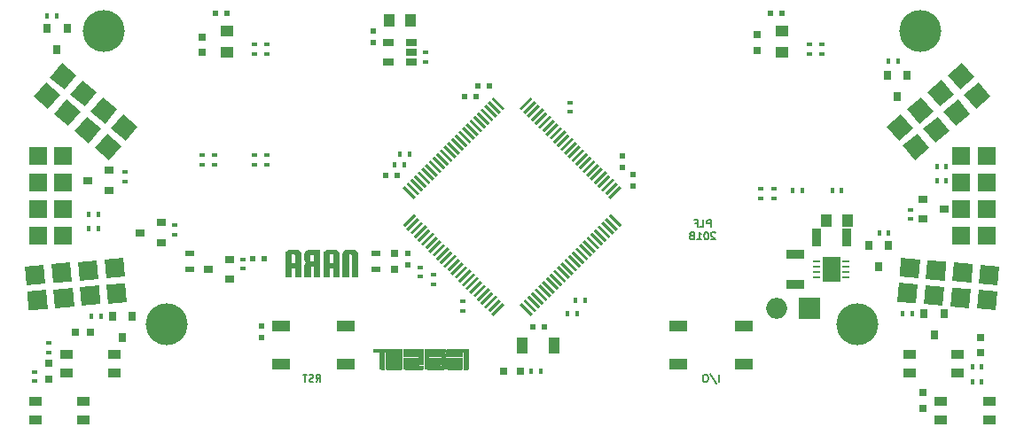
<source format=gbr>
G04 #@! TF.FileFunction,Soldermask,Bot*
%FSLAX46Y46*%
G04 Gerber Fmt 4.6, Leading zero omitted, Abs format (unit mm)*
G04 Created by KiCad (PCBNEW 4.0.7-e2-6376~58~ubuntu16.04.1) date Tue Apr 24 00:16:57 2018*
%MOMM*%
%LPD*%
G01*
G04 APERTURE LIST*
%ADD10C,0.100000*%
%ADD11C,0.127000*%
%ADD12C,0.010000*%
%ADD13C,4.000000*%
%ADD14R,0.900000X1.700000*%
%ADD15R,1.060000X0.650000*%
%ADD16R,0.700000X0.250000*%
%ADD17R,0.830000X1.190000*%
%ADD18R,1.700000X0.900000*%
%ADD19R,1.000000X1.250000*%
%ADD20R,0.600000X0.500000*%
%ADD21R,0.500000X0.600000*%
%ADD22R,1.250000X1.000000*%
%ADD23R,0.750000X0.800000*%
%ADD24R,1.000000X1.600000*%
%ADD25R,0.800000X0.750000*%
%ADD26R,0.900000X0.500000*%
%ADD27R,0.900000X0.800000*%
%ADD28R,0.800000X0.900000*%
%ADD29R,0.600000X0.400000*%
%ADD30R,0.400000X0.600000*%
%ADD31R,1.800000X1.100000*%
%ADD32R,0.800000X0.800000*%
%ADD33R,1.300480X0.899160*%
%ADD34R,2.000000X2.000000*%
%ADD35O,2.000000X2.000000*%
%ADD36R,1.800000X1.800000*%
G04 APERTURE END LIST*
D10*
D11*
X65966666Y19771833D02*
X65966666Y20471833D01*
X65700000Y20471833D01*
X65633333Y20438500D01*
X65600000Y20405167D01*
X65566666Y20338500D01*
X65566666Y20238500D01*
X65600000Y20171833D01*
X65633333Y20138500D01*
X65700000Y20105167D01*
X65966666Y20105167D01*
X64933333Y19771833D02*
X65266666Y19771833D01*
X65266666Y20471833D01*
X64466666Y20138500D02*
X64699999Y20138500D01*
X64699999Y19771833D02*
X64699999Y20471833D01*
X64366666Y20471833D01*
X66400001Y19228167D02*
X66366667Y19261500D01*
X66300001Y19294833D01*
X66133334Y19294833D01*
X66066667Y19261500D01*
X66033334Y19228167D01*
X66000001Y19161500D01*
X66000001Y19094833D01*
X66033334Y18994833D01*
X66433334Y18594833D01*
X66000001Y18594833D01*
X65566667Y19294833D02*
X65500000Y19294833D01*
X65433334Y19261500D01*
X65400000Y19228167D01*
X65366667Y19161500D01*
X65333334Y19028167D01*
X65333334Y18861500D01*
X65366667Y18728167D01*
X65400000Y18661500D01*
X65433334Y18628167D01*
X65500000Y18594833D01*
X65566667Y18594833D01*
X65633334Y18628167D01*
X65666667Y18661500D01*
X65700000Y18728167D01*
X65733334Y18861500D01*
X65733334Y19028167D01*
X65700000Y19161500D01*
X65666667Y19228167D01*
X65633334Y19261500D01*
X65566667Y19294833D01*
X64666667Y18594833D02*
X65066667Y18594833D01*
X64866667Y18594833D02*
X64866667Y19294833D01*
X64933333Y19194833D01*
X65000000Y19128167D01*
X65066667Y19094833D01*
X64266666Y18994833D02*
X64333333Y19028167D01*
X64366666Y19061500D01*
X64400000Y19128167D01*
X64400000Y19161500D01*
X64366666Y19228167D01*
X64333333Y19261500D01*
X64266666Y19294833D01*
X64133333Y19294833D01*
X64066666Y19261500D01*
X64033333Y19228167D01*
X64000000Y19161500D01*
X64000000Y19128167D01*
X64033333Y19061500D01*
X64066666Y19028167D01*
X64133333Y18994833D01*
X64266666Y18994833D01*
X64333333Y18961500D01*
X64366666Y18928167D01*
X64400000Y18861500D01*
X64400000Y18728167D01*
X64366666Y18661500D01*
X64333333Y18628167D01*
X64266666Y18594833D01*
X64133333Y18594833D01*
X64066666Y18628167D01*
X64033333Y18661500D01*
X64000000Y18728167D01*
X64000000Y18861500D01*
X64033333Y18928167D01*
X64066666Y18961500D01*
X64133333Y18994833D01*
X28283333Y4983333D02*
X28516667Y5316667D01*
X28683333Y4983333D02*
X28683333Y5683333D01*
X28416667Y5683333D01*
X28350000Y5650000D01*
X28316667Y5616667D01*
X28283333Y5550000D01*
X28283333Y5450000D01*
X28316667Y5383333D01*
X28350000Y5350000D01*
X28416667Y5316667D01*
X28683333Y5316667D01*
X28016667Y5016667D02*
X27916667Y4983333D01*
X27750000Y4983333D01*
X27683333Y5016667D01*
X27650000Y5050000D01*
X27616667Y5116667D01*
X27616667Y5183333D01*
X27650000Y5250000D01*
X27683333Y5283333D01*
X27750000Y5316667D01*
X27883333Y5350000D01*
X27950000Y5383333D01*
X27983333Y5416667D01*
X28016667Y5483333D01*
X28016667Y5550000D01*
X27983333Y5616667D01*
X27950000Y5650000D01*
X27883333Y5683333D01*
X27716667Y5683333D01*
X27616667Y5650000D01*
X27416666Y5683333D02*
X27016666Y5683333D01*
X27216666Y4983333D02*
X27216666Y5683333D01*
X66733332Y4983333D02*
X66733332Y5683333D01*
X65899999Y5716667D02*
X66499999Y4816667D01*
X65533333Y5683333D02*
X65400000Y5683333D01*
X65333333Y5650000D01*
X65266666Y5583333D01*
X65233333Y5450000D01*
X65233333Y5216667D01*
X65266666Y5083333D01*
X65333333Y5016667D01*
X65400000Y4983333D01*
X65533333Y4983333D01*
X65600000Y5016667D01*
X65666666Y5083333D01*
X65700000Y5216667D01*
X65700000Y5450000D01*
X65666666Y5583333D01*
X65600000Y5650000D01*
X65533333Y5683333D01*
D12*
G36*
X31543558Y17619937D02*
X31454639Y17618950D01*
X31352307Y17617338D01*
X31271846Y17615635D01*
X31209728Y17613552D01*
X31162426Y17610797D01*
X31126410Y17607078D01*
X31098154Y17602106D01*
X31074129Y17595590D01*
X31050807Y17587237D01*
X31045670Y17585223D01*
X30964216Y17539945D01*
X30894684Y17475403D01*
X30842333Y17396843D01*
X30830484Y17370631D01*
X30801050Y17297750D01*
X30794156Y15094300D01*
X31328100Y15094300D01*
X31328100Y16146432D01*
X31328121Y16334563D01*
X31328205Y16498933D01*
X31328390Y16641182D01*
X31328709Y16762950D01*
X31329200Y16865876D01*
X31329896Y16951601D01*
X31330835Y17021763D01*
X31332050Y17078002D01*
X31333578Y17121958D01*
X31335455Y17155270D01*
X31337715Y17179577D01*
X31340394Y17196521D01*
X31343528Y17207739D01*
X31347151Y17214872D01*
X31351301Y17219560D01*
X31351326Y17219582D01*
X31368026Y17229707D01*
X31394497Y17236120D01*
X31435778Y17239518D01*
X31496908Y17240594D01*
X31503726Y17240601D01*
X31535404Y17241593D01*
X31563177Y17243537D01*
X31587297Y17244880D01*
X31608019Y17244070D01*
X31625597Y17239555D01*
X31640286Y17229785D01*
X31652339Y17213206D01*
X31662011Y17188268D01*
X31669556Y17153418D01*
X31675229Y17107104D01*
X31679283Y17047776D01*
X31681973Y16973880D01*
X31683553Y16883866D01*
X31684277Y16776181D01*
X31684400Y16649274D01*
X31684175Y16501593D01*
X31683857Y16331586D01*
X31683701Y16142050D01*
X31683700Y15094300D01*
X32217100Y15094300D01*
X32217100Y16139718D01*
X32216927Y16357526D01*
X32216408Y16552811D01*
X32215548Y16725210D01*
X32214352Y16874363D01*
X32212824Y16999909D01*
X32210968Y17101486D01*
X32208790Y17178733D01*
X32206292Y17231288D01*
X32203611Y17258107D01*
X32174396Y17364661D01*
X32129310Y17451620D01*
X32067501Y17519870D01*
X31988116Y17570300D01*
X31890302Y17603798D01*
X31866966Y17608838D01*
X31822134Y17614414D01*
X31753584Y17618115D01*
X31660873Y17619952D01*
X31543558Y17619937D01*
X31543558Y17619937D01*
G37*
X31543558Y17619937D02*
X31454639Y17618950D01*
X31352307Y17617338D01*
X31271846Y17615635D01*
X31209728Y17613552D01*
X31162426Y17610797D01*
X31126410Y17607078D01*
X31098154Y17602106D01*
X31074129Y17595590D01*
X31050807Y17587237D01*
X31045670Y17585223D01*
X30964216Y17539945D01*
X30894684Y17475403D01*
X30842333Y17396843D01*
X30830484Y17370631D01*
X30801050Y17297750D01*
X30794156Y15094300D01*
X31328100Y15094300D01*
X31328100Y16146432D01*
X31328121Y16334563D01*
X31328205Y16498933D01*
X31328390Y16641182D01*
X31328709Y16762950D01*
X31329200Y16865876D01*
X31329896Y16951601D01*
X31330835Y17021763D01*
X31332050Y17078002D01*
X31333578Y17121958D01*
X31335455Y17155270D01*
X31337715Y17179577D01*
X31340394Y17196521D01*
X31343528Y17207739D01*
X31347151Y17214872D01*
X31351301Y17219560D01*
X31351326Y17219582D01*
X31368026Y17229707D01*
X31394497Y17236120D01*
X31435778Y17239518D01*
X31496908Y17240594D01*
X31503726Y17240601D01*
X31535404Y17241593D01*
X31563177Y17243537D01*
X31587297Y17244880D01*
X31608019Y17244070D01*
X31625597Y17239555D01*
X31640286Y17229785D01*
X31652339Y17213206D01*
X31662011Y17188268D01*
X31669556Y17153418D01*
X31675229Y17107104D01*
X31679283Y17047776D01*
X31681973Y16973880D01*
X31683553Y16883866D01*
X31684277Y16776181D01*
X31684400Y16649274D01*
X31684175Y16501593D01*
X31683857Y16331586D01*
X31683701Y16142050D01*
X31683700Y15094300D01*
X32217100Y15094300D01*
X32217100Y16139718D01*
X32216927Y16357526D01*
X32216408Y16552811D01*
X32215548Y16725210D01*
X32214352Y16874363D01*
X32212824Y16999909D01*
X32210968Y17101486D01*
X32208790Y17178733D01*
X32206292Y17231288D01*
X32203611Y17258107D01*
X32174396Y17364661D01*
X32129310Y17451620D01*
X32067501Y17519870D01*
X31988116Y17570300D01*
X31890302Y17603798D01*
X31866966Y17608838D01*
X31822134Y17614414D01*
X31753584Y17618115D01*
X31660873Y17619952D01*
X31543558Y17619937D01*
G36*
X29590840Y17615190D02*
X29501469Y17614881D01*
X29431278Y17614130D01*
X29377157Y17612742D01*
X29335996Y17610524D01*
X29304686Y17607284D01*
X29280115Y17602826D01*
X29259175Y17596958D01*
X29238754Y17589486D01*
X29229570Y17585817D01*
X29147666Y17539674D01*
X29077868Y17474437D01*
X29025583Y17395514D01*
X29014384Y17370631D01*
X28984950Y17297750D01*
X28978056Y15094300D01*
X29512000Y15094300D01*
X29512000Y15933162D01*
X29899350Y15926150D01*
X29906048Y15094300D01*
X30439100Y15094300D01*
X30438708Y16113475D01*
X30438490Y16282626D01*
X30437983Y16444164D01*
X30437209Y16596126D01*
X30436190Y16736551D01*
X30435867Y16769642D01*
X29905513Y16769642D01*
X29905308Y16669544D01*
X29904637Y16577654D01*
X29903563Y16497033D01*
X29902143Y16430742D01*
X29900439Y16381840D01*
X29898510Y16353389D01*
X29897234Y16347367D01*
X29882177Y16344391D01*
X29846405Y16341873D01*
X29794600Y16340014D01*
X29731444Y16339016D01*
X29700384Y16338900D01*
X29512000Y16338900D01*
X29512000Y16774623D01*
X29512236Y16899829D01*
X29512989Y17001653D01*
X29514331Y17082112D01*
X29516331Y17143220D01*
X29519061Y17186992D01*
X29522591Y17215444D01*
X29526990Y17230590D01*
X29527999Y17232225D01*
X29537514Y17241260D01*
X29553306Y17247215D01*
X29579772Y17250537D01*
X29621307Y17251670D01*
X29682307Y17251061D01*
X29708621Y17250528D01*
X29775960Y17248883D01*
X29822383Y17246811D01*
X29852369Y17243435D01*
X29870399Y17237880D01*
X29880953Y17229269D01*
X29888511Y17216726D01*
X29889285Y17215200D01*
X29894079Y17198456D01*
X29897927Y17167839D01*
X29900901Y17121349D01*
X29903073Y17056989D01*
X29904518Y16972759D01*
X29905307Y16866661D01*
X29905513Y16769642D01*
X30435867Y16769642D01*
X30434949Y16863474D01*
X30433508Y16974932D01*
X30431889Y17068964D01*
X30430115Y17143605D01*
X30428207Y17196893D01*
X30426189Y17226864D01*
X30426062Y17227900D01*
X30407415Y17315745D01*
X30376276Y17398134D01*
X30335734Y17468469D01*
X30289302Y17519806D01*
X30249530Y17547263D01*
X30199960Y17574496D01*
X30172400Y17586933D01*
X30151923Y17594837D01*
X30131734Y17601117D01*
X30108740Y17605958D01*
X30079845Y17609547D01*
X30041952Y17612071D01*
X29991968Y17613716D01*
X29926797Y17614670D01*
X29843344Y17615118D01*
X29738512Y17615246D01*
X29702500Y17615250D01*
X29590840Y17615190D01*
X29590840Y17615190D01*
G37*
X29590840Y17615190D02*
X29501469Y17614881D01*
X29431278Y17614130D01*
X29377157Y17612742D01*
X29335996Y17610524D01*
X29304686Y17607284D01*
X29280115Y17602826D01*
X29259175Y17596958D01*
X29238754Y17589486D01*
X29229570Y17585817D01*
X29147666Y17539674D01*
X29077868Y17474437D01*
X29025583Y17395514D01*
X29014384Y17370631D01*
X28984950Y17297750D01*
X28978056Y15094300D01*
X29512000Y15094300D01*
X29512000Y15933162D01*
X29899350Y15926150D01*
X29906048Y15094300D01*
X30439100Y15094300D01*
X30438708Y16113475D01*
X30438490Y16282626D01*
X30437983Y16444164D01*
X30437209Y16596126D01*
X30436190Y16736551D01*
X30435867Y16769642D01*
X29905513Y16769642D01*
X29905308Y16669544D01*
X29904637Y16577654D01*
X29903563Y16497033D01*
X29902143Y16430742D01*
X29900439Y16381840D01*
X29898510Y16353389D01*
X29897234Y16347367D01*
X29882177Y16344391D01*
X29846405Y16341873D01*
X29794600Y16340014D01*
X29731444Y16339016D01*
X29700384Y16338900D01*
X29512000Y16338900D01*
X29512000Y16774623D01*
X29512236Y16899829D01*
X29512989Y17001653D01*
X29514331Y17082112D01*
X29516331Y17143220D01*
X29519061Y17186992D01*
X29522591Y17215444D01*
X29526990Y17230590D01*
X29527999Y17232225D01*
X29537514Y17241260D01*
X29553306Y17247215D01*
X29579772Y17250537D01*
X29621307Y17251670D01*
X29682307Y17251061D01*
X29708621Y17250528D01*
X29775960Y17248883D01*
X29822383Y17246811D01*
X29852369Y17243435D01*
X29870399Y17237880D01*
X29880953Y17229269D01*
X29888511Y17216726D01*
X29889285Y17215200D01*
X29894079Y17198456D01*
X29897927Y17167839D01*
X29900901Y17121349D01*
X29903073Y17056989D01*
X29904518Y16972759D01*
X29905307Y16866661D01*
X29905513Y16769642D01*
X30435867Y16769642D01*
X30434949Y16863474D01*
X30433508Y16974932D01*
X30431889Y17068964D01*
X30430115Y17143605D01*
X30428207Y17196893D01*
X30426189Y17226864D01*
X30426062Y17227900D01*
X30407415Y17315745D01*
X30376276Y17398134D01*
X30335734Y17468469D01*
X30289302Y17519806D01*
X30249530Y17547263D01*
X30199960Y17574496D01*
X30172400Y17586933D01*
X30151923Y17594837D01*
X30131734Y17601117D01*
X30108740Y17605958D01*
X30079845Y17609547D01*
X30041952Y17612071D01*
X29991968Y17613716D01*
X29926797Y17614670D01*
X29843344Y17615118D01*
X29738512Y17615246D01*
X29702500Y17615250D01*
X29590840Y17615190D01*
G36*
X27929408Y17583128D02*
X27806634Y17582041D01*
X27700223Y17580289D01*
X27612191Y17577920D01*
X27544549Y17574981D01*
X27499312Y17571520D01*
X27486019Y17569664D01*
X27384380Y17539801D01*
X27299567Y17490935D01*
X27231665Y17423135D01*
X27180758Y17336469D01*
X27172988Y17317808D01*
X27163359Y17290878D01*
X27156042Y17262925D01*
X27150614Y17229718D01*
X27146654Y17187024D01*
X27143743Y17130611D01*
X27141457Y17056246D01*
X27139880Y16985139D01*
X27138586Y16873568D01*
X27139527Y16780806D01*
X27142648Y16708893D01*
X27147892Y16659870D01*
X27149116Y16653350D01*
X27175683Y16573194D01*
X27218297Y16501639D01*
X27272489Y16445577D01*
X27293296Y16430933D01*
X27347792Y16397004D01*
X27290603Y16358427D01*
X27231718Y16303923D01*
X27201133Y16256718D01*
X27168850Y16193586D01*
X27165167Y15643943D01*
X27161483Y15094300D01*
X27695900Y15094300D01*
X27695900Y15577735D01*
X27696256Y15715323D01*
X27697303Y15832872D01*
X27699017Y15929371D01*
X27701371Y16003807D01*
X27704339Y16055169D01*
X27707895Y16082447D01*
X27709047Y16085735D01*
X27716717Y16096026D01*
X27729682Y16102980D01*
X27752421Y16107237D01*
X27789413Y16109442D01*
X27845135Y16110234D01*
X27880497Y16110300D01*
X28038800Y16110300D01*
X28038800Y15094300D01*
X28572200Y15094300D01*
X28572200Y17215200D01*
X28038800Y17215200D01*
X28038800Y16491300D01*
X27874421Y16491300D01*
X27806797Y16491551D01*
X27759979Y16492773D01*
X27729377Y16495670D01*
X27710397Y16500945D01*
X27698448Y16509303D01*
X27690271Y16519526D01*
X27683049Y16542590D01*
X27677246Y16586216D01*
X27672854Y16646041D01*
X27669865Y16717700D01*
X27668270Y16796827D01*
X27668062Y16879059D01*
X27669233Y16960029D01*
X27671773Y17035375D01*
X27675676Y17100731D01*
X27680933Y17151732D01*
X27687536Y17184013D01*
X27691519Y17191975D01*
X27703282Y17201703D01*
X27720845Y17208309D01*
X27748784Y17212371D01*
X27791680Y17214467D01*
X27854110Y17215173D01*
X27875669Y17215200D01*
X28038800Y17215200D01*
X28572200Y17215200D01*
X28572200Y17583500D01*
X28066533Y17583500D01*
X27929408Y17583128D01*
X27929408Y17583128D01*
G37*
X27929408Y17583128D02*
X27806634Y17582041D01*
X27700223Y17580289D01*
X27612191Y17577920D01*
X27544549Y17574981D01*
X27499312Y17571520D01*
X27486019Y17569664D01*
X27384380Y17539801D01*
X27299567Y17490935D01*
X27231665Y17423135D01*
X27180758Y17336469D01*
X27172988Y17317808D01*
X27163359Y17290878D01*
X27156042Y17262925D01*
X27150614Y17229718D01*
X27146654Y17187024D01*
X27143743Y17130611D01*
X27141457Y17056246D01*
X27139880Y16985139D01*
X27138586Y16873568D01*
X27139527Y16780806D01*
X27142648Y16708893D01*
X27147892Y16659870D01*
X27149116Y16653350D01*
X27175683Y16573194D01*
X27218297Y16501639D01*
X27272489Y16445577D01*
X27293296Y16430933D01*
X27347792Y16397004D01*
X27290603Y16358427D01*
X27231718Y16303923D01*
X27201133Y16256718D01*
X27168850Y16193586D01*
X27165167Y15643943D01*
X27161483Y15094300D01*
X27695900Y15094300D01*
X27695900Y15577735D01*
X27696256Y15715323D01*
X27697303Y15832872D01*
X27699017Y15929371D01*
X27701371Y16003807D01*
X27704339Y16055169D01*
X27707895Y16082447D01*
X27709047Y16085735D01*
X27716717Y16096026D01*
X27729682Y16102980D01*
X27752421Y16107237D01*
X27789413Y16109442D01*
X27845135Y16110234D01*
X27880497Y16110300D01*
X28038800Y16110300D01*
X28038800Y15094300D01*
X28572200Y15094300D01*
X28572200Y17215200D01*
X28038800Y17215200D01*
X28038800Y16491300D01*
X27874421Y16491300D01*
X27806797Y16491551D01*
X27759979Y16492773D01*
X27729377Y16495670D01*
X27710397Y16500945D01*
X27698448Y16509303D01*
X27690271Y16519526D01*
X27683049Y16542590D01*
X27677246Y16586216D01*
X27672854Y16646041D01*
X27669865Y16717700D01*
X27668270Y16796827D01*
X27668062Y16879059D01*
X27669233Y16960029D01*
X27671773Y17035375D01*
X27675676Y17100731D01*
X27680933Y17151732D01*
X27687536Y17184013D01*
X27691519Y17191975D01*
X27703282Y17201703D01*
X27720845Y17208309D01*
X27748784Y17212371D01*
X27791680Y17214467D01*
X27854110Y17215173D01*
X27875669Y17215200D01*
X28038800Y17215200D01*
X28572200Y17215200D01*
X28572200Y17583500D01*
X28066533Y17583500D01*
X27929408Y17583128D01*
G36*
X25933240Y17615190D02*
X25843869Y17614881D01*
X25773678Y17614130D01*
X25719557Y17612742D01*
X25678396Y17610524D01*
X25647086Y17607284D01*
X25622515Y17602826D01*
X25601575Y17596958D01*
X25581154Y17589486D01*
X25571970Y17585817D01*
X25490066Y17539674D01*
X25420268Y17474437D01*
X25367983Y17395514D01*
X25356784Y17370631D01*
X25327350Y17297750D01*
X25320456Y15094300D01*
X25854400Y15094300D01*
X25854400Y15933162D01*
X26241750Y15926150D01*
X26248448Y15094300D01*
X26781500Y15094300D01*
X26781108Y16113475D01*
X26780890Y16282626D01*
X26780383Y16444164D01*
X26779609Y16596126D01*
X26778590Y16736551D01*
X26778267Y16769642D01*
X26247913Y16769642D01*
X26247708Y16669544D01*
X26247037Y16577654D01*
X26245963Y16497033D01*
X26244543Y16430742D01*
X26242839Y16381840D01*
X26240910Y16353389D01*
X26239634Y16347367D01*
X26224577Y16344391D01*
X26188805Y16341873D01*
X26137000Y16340014D01*
X26073844Y16339016D01*
X26042784Y16338900D01*
X25854400Y16338900D01*
X25854400Y16774623D01*
X25854636Y16899829D01*
X25855389Y17001653D01*
X25856731Y17082112D01*
X25858731Y17143220D01*
X25861461Y17186992D01*
X25864991Y17215444D01*
X25869390Y17230590D01*
X25870399Y17232225D01*
X25879914Y17241260D01*
X25895706Y17247215D01*
X25922172Y17250537D01*
X25963707Y17251670D01*
X26024707Y17251061D01*
X26051021Y17250528D01*
X26118360Y17248883D01*
X26164783Y17246811D01*
X26194769Y17243435D01*
X26212799Y17237880D01*
X26223353Y17229269D01*
X26230911Y17216726D01*
X26231685Y17215200D01*
X26236479Y17198456D01*
X26240327Y17167839D01*
X26243301Y17121349D01*
X26245473Y17056989D01*
X26246918Y16972759D01*
X26247707Y16866661D01*
X26247913Y16769642D01*
X26778267Y16769642D01*
X26777349Y16863474D01*
X26775908Y16974932D01*
X26774289Y17068964D01*
X26772515Y17143605D01*
X26770607Y17196893D01*
X26768589Y17226864D01*
X26768462Y17227900D01*
X26749815Y17315745D01*
X26718676Y17398134D01*
X26678134Y17468469D01*
X26631702Y17519806D01*
X26591930Y17547263D01*
X26542360Y17574496D01*
X26514800Y17586933D01*
X26494323Y17594837D01*
X26474134Y17601117D01*
X26451140Y17605958D01*
X26422245Y17609547D01*
X26384352Y17612071D01*
X26334368Y17613716D01*
X26269197Y17614670D01*
X26185744Y17615118D01*
X26080912Y17615246D01*
X26044900Y17615250D01*
X25933240Y17615190D01*
X25933240Y17615190D01*
G37*
X25933240Y17615190D02*
X25843869Y17614881D01*
X25773678Y17614130D01*
X25719557Y17612742D01*
X25678396Y17610524D01*
X25647086Y17607284D01*
X25622515Y17602826D01*
X25601575Y17596958D01*
X25581154Y17589486D01*
X25571970Y17585817D01*
X25490066Y17539674D01*
X25420268Y17474437D01*
X25367983Y17395514D01*
X25356784Y17370631D01*
X25327350Y17297750D01*
X25320456Y15094300D01*
X25854400Y15094300D01*
X25854400Y15933162D01*
X26241750Y15926150D01*
X26248448Y15094300D01*
X26781500Y15094300D01*
X26781108Y16113475D01*
X26780890Y16282626D01*
X26780383Y16444164D01*
X26779609Y16596126D01*
X26778590Y16736551D01*
X26778267Y16769642D01*
X26247913Y16769642D01*
X26247708Y16669544D01*
X26247037Y16577654D01*
X26245963Y16497033D01*
X26244543Y16430742D01*
X26242839Y16381840D01*
X26240910Y16353389D01*
X26239634Y16347367D01*
X26224577Y16344391D01*
X26188805Y16341873D01*
X26137000Y16340014D01*
X26073844Y16339016D01*
X26042784Y16338900D01*
X25854400Y16338900D01*
X25854400Y16774623D01*
X25854636Y16899829D01*
X25855389Y17001653D01*
X25856731Y17082112D01*
X25858731Y17143220D01*
X25861461Y17186992D01*
X25864991Y17215444D01*
X25869390Y17230590D01*
X25870399Y17232225D01*
X25879914Y17241260D01*
X25895706Y17247215D01*
X25922172Y17250537D01*
X25963707Y17251670D01*
X26024707Y17251061D01*
X26051021Y17250528D01*
X26118360Y17248883D01*
X26164783Y17246811D01*
X26194769Y17243435D01*
X26212799Y17237880D01*
X26223353Y17229269D01*
X26230911Y17216726D01*
X26231685Y17215200D01*
X26236479Y17198456D01*
X26240327Y17167839D01*
X26243301Y17121349D01*
X26245473Y17056989D01*
X26246918Y16972759D01*
X26247707Y16866661D01*
X26247913Y16769642D01*
X26778267Y16769642D01*
X26777349Y16863474D01*
X26775908Y16974932D01*
X26774289Y17068964D01*
X26772515Y17143605D01*
X26770607Y17196893D01*
X26768589Y17226864D01*
X26768462Y17227900D01*
X26749815Y17315745D01*
X26718676Y17398134D01*
X26678134Y17468469D01*
X26631702Y17519806D01*
X26591930Y17547263D01*
X26542360Y17574496D01*
X26514800Y17586933D01*
X26494323Y17594837D01*
X26474134Y17601117D01*
X26451140Y17605958D01*
X26422245Y17609547D01*
X26384352Y17612071D01*
X26334368Y17613716D01*
X26269197Y17614670D01*
X26185744Y17615118D01*
X26080912Y17615246D01*
X26044900Y17615250D01*
X25933240Y17615190D01*
G36*
X40773575Y8139150D02*
X40751460Y8126180D01*
X40729747Y8107467D01*
X40725433Y8102870D01*
X40702604Y8077479D01*
X40705380Y7486215D01*
X40720699Y7461442D01*
X40736863Y7440814D01*
X40757911Y7425352D01*
X40763189Y7422475D01*
X40790361Y7408280D01*
X42232046Y7408280D01*
X42229380Y7781660D01*
X41094000Y7784244D01*
X41094000Y7890880D01*
X42338570Y7890880D01*
X42341140Y6217020D01*
X42513860Y6216153D01*
X42555349Y6216067D01*
X42594069Y6216221D01*
X42628729Y6216589D01*
X42658034Y6217151D01*
X42680690Y6217883D01*
X42695406Y6218762D01*
X42700340Y6219468D01*
X42726197Y6232486D01*
X42747309Y6253801D01*
X42758239Y6272395D01*
X42770301Y6298300D01*
X42770351Y7180370D01*
X42770400Y8062440D01*
X42756210Y8089604D01*
X42739458Y8114248D01*
X42720213Y8132094D01*
X42698406Y8147420D01*
X40798888Y8150040D01*
X40773575Y8139150D01*
X40773575Y8139150D01*
G37*
X40773575Y8139150D02*
X40751460Y8126180D01*
X40729747Y8107467D01*
X40725433Y8102870D01*
X40702604Y8077479D01*
X40705380Y7486215D01*
X40720699Y7461442D01*
X40736863Y7440814D01*
X40757911Y7425352D01*
X40763189Y7422475D01*
X40790361Y7408280D01*
X42232046Y7408280D01*
X42229380Y7781660D01*
X41094000Y7784244D01*
X41094000Y7890880D01*
X42338570Y7890880D01*
X42341140Y6217020D01*
X42513860Y6216153D01*
X42555349Y6216067D01*
X42594069Y6216221D01*
X42628729Y6216589D01*
X42658034Y6217151D01*
X42680690Y6217883D01*
X42695406Y6218762D01*
X42700340Y6219468D01*
X42726197Y6232486D01*
X42747309Y6253801D01*
X42758239Y6272395D01*
X42770301Y6298300D01*
X42770351Y7180370D01*
X42770400Y8062440D01*
X42756210Y8089604D01*
X42739458Y8114248D01*
X42720213Y8132094D01*
X42698406Y8147420D01*
X40798888Y8150040D01*
X40773575Y8139150D01*
G36*
X41420202Y7296482D02*
X41319469Y7296369D01*
X41227022Y7296182D01*
X41143048Y7295923D01*
X41067735Y7295592D01*
X41001270Y7295192D01*
X40943841Y7294723D01*
X40895634Y7294186D01*
X40856838Y7293584D01*
X40827639Y7292917D01*
X40808225Y7292187D01*
X40798784Y7291395D01*
X40763089Y7281371D01*
X40736038Y7266232D01*
X40717424Y7245856D01*
X40714614Y7240987D01*
X40702840Y7218722D01*
X40702840Y6282673D01*
X40714270Y6260304D01*
X40724242Y6244471D01*
X40735831Y6231052D01*
X40740042Y6227478D01*
X40742145Y6226016D01*
X40744581Y6224697D01*
X40747858Y6223511D01*
X40752482Y6222451D01*
X40758961Y6221509D01*
X40767803Y6220677D01*
X40779515Y6219946D01*
X40794604Y6219308D01*
X40813577Y6218756D01*
X40836942Y6218280D01*
X40865206Y6217873D01*
X40898877Y6217527D01*
X40938461Y6217234D01*
X40984467Y6216985D01*
X41037401Y6216773D01*
X41097772Y6216589D01*
X41166085Y6216424D01*
X41242849Y6216272D01*
X41328571Y6216124D01*
X41423759Y6215971D01*
X41461402Y6215912D01*
X41562998Y6215767D01*
X41654897Y6215668D01*
X41737562Y6215620D01*
X41811456Y6215626D01*
X41877043Y6215689D01*
X41934784Y6215814D01*
X41985144Y6216003D01*
X42028585Y6216261D01*
X42065570Y6216592D01*
X42096563Y6216998D01*
X42122026Y6217484D01*
X42142422Y6218052D01*
X42158215Y6218708D01*
X42169867Y6219454D01*
X42177841Y6220294D01*
X42182601Y6221233D01*
X42183660Y6221614D01*
X42205997Y6236758D01*
X42220986Y6258904D01*
X42226407Y6275440D01*
X42227569Y6285674D01*
X42228586Y6304848D01*
X42229458Y6331745D01*
X42230184Y6365148D01*
X42230763Y6403837D01*
X42231193Y6446596D01*
X42231475Y6492205D01*
X42231607Y6539448D01*
X42231588Y6587106D01*
X42231417Y6633962D01*
X42231093Y6678796D01*
X42230616Y6720392D01*
X42229984Y6757531D01*
X42229197Y6788996D01*
X42228254Y6813568D01*
X42227153Y6830029D01*
X42226826Y6832948D01*
X42221700Y6862136D01*
X42214435Y6883158D01*
X42203978Y6897950D01*
X42189278Y6908446D01*
X42184594Y6910728D01*
X42180768Y6912321D01*
X42176321Y6913728D01*
X42170635Y6914962D01*
X42163093Y6916035D01*
X42153078Y6916956D01*
X42139973Y6917739D01*
X42123162Y6918395D01*
X42102026Y6918935D01*
X42075950Y6919371D01*
X42044316Y6919714D01*
X42006507Y6919976D01*
X41961906Y6920169D01*
X41909896Y6920305D01*
X41849860Y6920394D01*
X41781181Y6920448D01*
X41703242Y6920479D01*
X41664230Y6920489D01*
X41165120Y6920600D01*
X41165120Y6620880D01*
X41896640Y6620880D01*
X41896640Y6524360D01*
X41078760Y6524360D01*
X41078760Y7032360D01*
X42231920Y7032360D01*
X42231920Y7296520D01*
X41529034Y7296520D01*
X41420202Y7296482D01*
X41420202Y7296482D01*
G37*
X41420202Y7296482D02*
X41319469Y7296369D01*
X41227022Y7296182D01*
X41143048Y7295923D01*
X41067735Y7295592D01*
X41001270Y7295192D01*
X40943841Y7294723D01*
X40895634Y7294186D01*
X40856838Y7293584D01*
X40827639Y7292917D01*
X40808225Y7292187D01*
X40798784Y7291395D01*
X40763089Y7281371D01*
X40736038Y7266232D01*
X40717424Y7245856D01*
X40714614Y7240987D01*
X40702840Y7218722D01*
X40702840Y6282673D01*
X40714270Y6260304D01*
X40724242Y6244471D01*
X40735831Y6231052D01*
X40740042Y6227478D01*
X40742145Y6226016D01*
X40744581Y6224697D01*
X40747858Y6223511D01*
X40752482Y6222451D01*
X40758961Y6221509D01*
X40767803Y6220677D01*
X40779515Y6219946D01*
X40794604Y6219308D01*
X40813577Y6218756D01*
X40836942Y6218280D01*
X40865206Y6217873D01*
X40898877Y6217527D01*
X40938461Y6217234D01*
X40984467Y6216985D01*
X41037401Y6216773D01*
X41097772Y6216589D01*
X41166085Y6216424D01*
X41242849Y6216272D01*
X41328571Y6216124D01*
X41423759Y6215971D01*
X41461402Y6215912D01*
X41562998Y6215767D01*
X41654897Y6215668D01*
X41737562Y6215620D01*
X41811456Y6215626D01*
X41877043Y6215689D01*
X41934784Y6215814D01*
X41985144Y6216003D01*
X42028585Y6216261D01*
X42065570Y6216592D01*
X42096563Y6216998D01*
X42122026Y6217484D01*
X42142422Y6218052D01*
X42158215Y6218708D01*
X42169867Y6219454D01*
X42177841Y6220294D01*
X42182601Y6221233D01*
X42183660Y6221614D01*
X42205997Y6236758D01*
X42220986Y6258904D01*
X42226407Y6275440D01*
X42227569Y6285674D01*
X42228586Y6304848D01*
X42229458Y6331745D01*
X42230184Y6365148D01*
X42230763Y6403837D01*
X42231193Y6446596D01*
X42231475Y6492205D01*
X42231607Y6539448D01*
X42231588Y6587106D01*
X42231417Y6633962D01*
X42231093Y6678796D01*
X42230616Y6720392D01*
X42229984Y6757531D01*
X42229197Y6788996D01*
X42228254Y6813568D01*
X42227153Y6830029D01*
X42226826Y6832948D01*
X42221700Y6862136D01*
X42214435Y6883158D01*
X42203978Y6897950D01*
X42189278Y6908446D01*
X42184594Y6910728D01*
X42180768Y6912321D01*
X42176321Y6913728D01*
X42170635Y6914962D01*
X42163093Y6916035D01*
X42153078Y6916956D01*
X42139973Y6917739D01*
X42123162Y6918395D01*
X42102026Y6918935D01*
X42075950Y6919371D01*
X42044316Y6919714D01*
X42006507Y6919976D01*
X41961906Y6920169D01*
X41909896Y6920305D01*
X41849860Y6920394D01*
X41781181Y6920448D01*
X41703242Y6920479D01*
X41664230Y6920489D01*
X41165120Y6920600D01*
X41165120Y6620880D01*
X41896640Y6620880D01*
X41896640Y6524360D01*
X41078760Y6524360D01*
X41078760Y7032360D01*
X42231920Y7032360D01*
X42231920Y7296520D01*
X41529034Y7296520D01*
X41420202Y7296482D01*
G36*
X39725081Y7776575D02*
X39637944Y7776554D01*
X39559930Y7776511D01*
X39490518Y7776438D01*
X39429191Y7776330D01*
X39375429Y7776180D01*
X39328713Y7775980D01*
X39288525Y7775725D01*
X39254345Y7775406D01*
X39225654Y7775019D01*
X39201934Y7774555D01*
X39182666Y7774008D01*
X39167330Y7773371D01*
X39155407Y7772638D01*
X39146380Y7771802D01*
X39139728Y7770856D01*
X39134932Y7769794D01*
X39131475Y7768608D01*
X39129358Y7767585D01*
X39119926Y7762195D01*
X39112399Y7756687D01*
X39106549Y7749904D01*
X39102145Y7740686D01*
X39098959Y7727877D01*
X39096760Y7710318D01*
X39095320Y7686852D01*
X39094408Y7656320D01*
X39093796Y7617564D01*
X39093438Y7586318D01*
X39093133Y7548089D01*
X39093062Y7512463D01*
X39093209Y7480913D01*
X39093563Y7454912D01*
X39094108Y7435933D01*
X39094832Y7425449D01*
X39094938Y7424790D01*
X39098021Y7408280D01*
X40220240Y7408280D01*
X40220240Y7025531D01*
X40220285Y6962484D01*
X40220413Y6901223D01*
X40220617Y6842686D01*
X40220891Y6787812D01*
X40221227Y6737537D01*
X40221618Y6692802D01*
X40222058Y6654543D01*
X40222538Y6623699D01*
X40223052Y6601209D01*
X40223552Y6588651D01*
X40226864Y6534520D01*
X38609880Y6534520D01*
X38609880Y6397108D01*
X38609965Y6352726D01*
X38610347Y6317349D01*
X38611220Y6289825D01*
X38612774Y6268999D01*
X38615204Y6253718D01*
X38618702Y6242828D01*
X38623460Y6235176D01*
X38629670Y6229608D01*
X38637526Y6224970D01*
X38638710Y6224360D01*
X38645579Y6223414D01*
X38661992Y6222513D01*
X38687330Y6221658D01*
X38720977Y6220850D01*
X38762317Y6220089D01*
X38810731Y6219377D01*
X38865604Y6218714D01*
X38926318Y6218102D01*
X38992256Y6217540D01*
X39062801Y6217030D01*
X39137336Y6216574D01*
X39215245Y6216171D01*
X39295909Y6215823D01*
X39378714Y6215530D01*
X39463040Y6215294D01*
X39548272Y6215115D01*
X39633792Y6214995D01*
X39718984Y6214933D01*
X39803230Y6214932D01*
X39885914Y6214991D01*
X39966418Y6215113D01*
X40044126Y6215296D01*
X40118420Y6215544D01*
X40188685Y6215856D01*
X40254301Y6216233D01*
X40314654Y6216677D01*
X40369125Y6217187D01*
X40417098Y6217766D01*
X40457955Y6218414D01*
X40491081Y6219131D01*
X40515857Y6219919D01*
X40531667Y6220779D01*
X40537740Y6221623D01*
X40552069Y6230347D01*
X40565451Y6241935D01*
X40565680Y6242182D01*
X40578380Y6255939D01*
X40578380Y7701921D01*
X40562500Y7724011D01*
X40548326Y7740079D01*
X40530550Y7755558D01*
X40522258Y7761340D01*
X40497897Y7776580D01*
X39821859Y7776580D01*
X39725081Y7776575D01*
X39725081Y7776575D01*
G37*
X39725081Y7776575D02*
X39637944Y7776554D01*
X39559930Y7776511D01*
X39490518Y7776438D01*
X39429191Y7776330D01*
X39375429Y7776180D01*
X39328713Y7775980D01*
X39288525Y7775725D01*
X39254345Y7775406D01*
X39225654Y7775019D01*
X39201934Y7774555D01*
X39182666Y7774008D01*
X39167330Y7773371D01*
X39155407Y7772638D01*
X39146380Y7771802D01*
X39139728Y7770856D01*
X39134932Y7769794D01*
X39131475Y7768608D01*
X39129358Y7767585D01*
X39119926Y7762195D01*
X39112399Y7756687D01*
X39106549Y7749904D01*
X39102145Y7740686D01*
X39098959Y7727877D01*
X39096760Y7710318D01*
X39095320Y7686852D01*
X39094408Y7656320D01*
X39093796Y7617564D01*
X39093438Y7586318D01*
X39093133Y7548089D01*
X39093062Y7512463D01*
X39093209Y7480913D01*
X39093563Y7454912D01*
X39094108Y7435933D01*
X39094832Y7425449D01*
X39094938Y7424790D01*
X39098021Y7408280D01*
X40220240Y7408280D01*
X40220240Y7025531D01*
X40220285Y6962484D01*
X40220413Y6901223D01*
X40220617Y6842686D01*
X40220891Y6787812D01*
X40221227Y6737537D01*
X40221618Y6692802D01*
X40222058Y6654543D01*
X40222538Y6623699D01*
X40223052Y6601209D01*
X40223552Y6588651D01*
X40226864Y6534520D01*
X38609880Y6534520D01*
X38609880Y6397108D01*
X38609965Y6352726D01*
X38610347Y6317349D01*
X38611220Y6289825D01*
X38612774Y6268999D01*
X38615204Y6253718D01*
X38618702Y6242828D01*
X38623460Y6235176D01*
X38629670Y6229608D01*
X38637526Y6224970D01*
X38638710Y6224360D01*
X38645579Y6223414D01*
X38661992Y6222513D01*
X38687330Y6221658D01*
X38720977Y6220850D01*
X38762317Y6220089D01*
X38810731Y6219377D01*
X38865604Y6218714D01*
X38926318Y6218102D01*
X38992256Y6217540D01*
X39062801Y6217030D01*
X39137336Y6216574D01*
X39215245Y6216171D01*
X39295909Y6215823D01*
X39378714Y6215530D01*
X39463040Y6215294D01*
X39548272Y6215115D01*
X39633792Y6214995D01*
X39718984Y6214933D01*
X39803230Y6214932D01*
X39885914Y6214991D01*
X39966418Y6215113D01*
X40044126Y6215296D01*
X40118420Y6215544D01*
X40188685Y6215856D01*
X40254301Y6216233D01*
X40314654Y6216677D01*
X40369125Y6217187D01*
X40417098Y6217766D01*
X40457955Y6218414D01*
X40491081Y6219131D01*
X40515857Y6219919D01*
X40531667Y6220779D01*
X40537740Y6221623D01*
X40552069Y6230347D01*
X40565451Y6241935D01*
X40565680Y6242182D01*
X40578380Y6255939D01*
X40578380Y7701921D01*
X40562500Y7724011D01*
X40548326Y7740079D01*
X40530550Y7755558D01*
X40522258Y7761340D01*
X40497897Y7776580D01*
X39821859Y7776580D01*
X39725081Y7776575D01*
G36*
X36943480Y8149376D02*
X36888864Y8149234D01*
X36840828Y8148993D01*
X36798927Y8148639D01*
X36762713Y8148161D01*
X36731738Y8147543D01*
X36705556Y8146774D01*
X36683719Y8145839D01*
X36665779Y8144725D01*
X36651290Y8143419D01*
X36639804Y8141907D01*
X36630873Y8140176D01*
X36624052Y8138213D01*
X36618891Y8136005D01*
X36614944Y8133537D01*
X36611764Y8130797D01*
X36608903Y8127771D01*
X36605914Y8124447D01*
X36602349Y8120809D01*
X36602010Y8120490D01*
X36588040Y8107420D01*
X36588040Y7786121D01*
X36588129Y7708743D01*
X36588394Y7641505D01*
X36588836Y7584390D01*
X36589455Y7537378D01*
X36590252Y7500452D01*
X36591226Y7473593D01*
X36592379Y7456784D01*
X36593444Y7450521D01*
X36600799Y7436888D01*
X36611355Y7423125D01*
X36612174Y7422250D01*
X36625501Y7408280D01*
X38056160Y7408280D01*
X38056160Y7296520D01*
X37347337Y7296520D01*
X37246410Y7296508D01*
X37155163Y7296469D01*
X37073115Y7296397D01*
X36999785Y7296288D01*
X36934693Y7296137D01*
X36877360Y7295940D01*
X36827303Y7295691D01*
X36784044Y7295386D01*
X36747101Y7295020D01*
X36715994Y7294589D01*
X36690243Y7294087D01*
X36669367Y7293509D01*
X36652885Y7292852D01*
X36640318Y7292110D01*
X36631185Y7291278D01*
X36625005Y7290352D01*
X36621298Y7289327D01*
X36621235Y7289301D01*
X36615808Y7287193D01*
X36611007Y7285277D01*
X36606791Y7282954D01*
X36603124Y7279625D01*
X36599966Y7274692D01*
X36597281Y7267555D01*
X36595030Y7257617D01*
X36593176Y7244278D01*
X36591679Y7226940D01*
X36590502Y7205004D01*
X36589607Y7177871D01*
X36588956Y7144943D01*
X36588510Y7105622D01*
X36588233Y7059307D01*
X36588085Y7005401D01*
X36588029Y6943306D01*
X36588026Y6872421D01*
X36588039Y6792149D01*
X36588040Y6766989D01*
X36588040Y6282673D01*
X36599470Y6260301D01*
X36615164Y6238779D01*
X36631220Y6227475D01*
X36633842Y6226172D01*
X36636716Y6224981D01*
X36640293Y6223897D01*
X36645024Y6222914D01*
X36651360Y6222026D01*
X36659752Y6221228D01*
X36670651Y6220513D01*
X36684507Y6219876D01*
X36701773Y6219312D01*
X36722898Y6218814D01*
X36748333Y6218377D01*
X36778530Y6217995D01*
X36813939Y6217662D01*
X36855012Y6217373D01*
X36902199Y6217122D01*
X36955950Y6216903D01*
X37016718Y6216711D01*
X37084952Y6216539D01*
X37161105Y6216382D01*
X37245626Y6216235D01*
X37338966Y6216091D01*
X37441577Y6215945D01*
X37550700Y6215795D01*
X37667245Y6215649D01*
X37774010Y6215545D01*
X37871377Y6215485D01*
X37959726Y6215471D01*
X38039439Y6215504D01*
X38110895Y6215588D01*
X38174475Y6215725D01*
X38230561Y6215916D01*
X38279533Y6216163D01*
X38321772Y6216470D01*
X38357658Y6216837D01*
X38387573Y6217268D01*
X38411896Y6217763D01*
X38431009Y6218327D01*
X38445293Y6218959D01*
X38455128Y6219664D01*
X38460895Y6220442D01*
X38462560Y6220945D01*
X38473327Y6229748D01*
X38483090Y6242976D01*
X38484187Y6245031D01*
X38486902Y6251345D01*
X38488981Y6259028D01*
X38490489Y6269370D01*
X38491490Y6283662D01*
X38492050Y6303192D01*
X38492232Y6329252D01*
X38492100Y6363130D01*
X38491807Y6397360D01*
X38490500Y6531980D01*
X36999520Y6534554D01*
X36999520Y6641200D01*
X37734850Y6641270D01*
X37820646Y6641299D01*
X37903757Y6641368D01*
X37983607Y6641474D01*
X38059619Y6641615D01*
X38131216Y6641790D01*
X38197820Y6641994D01*
X38258855Y6642226D01*
X38313744Y6642483D01*
X38361909Y6642764D01*
X38402774Y6643064D01*
X38435760Y6643383D01*
X38460292Y6643718D01*
X38475792Y6644066D01*
X38481633Y6644408D01*
X38493085Y6647477D01*
X38491793Y7212029D01*
X38490500Y7776580D01*
X36999520Y7779154D01*
X36999520Y7890880D01*
X38493040Y7890880D01*
X38493040Y7978858D01*
X38492583Y8020385D01*
X38491016Y8053227D01*
X38488054Y8078826D01*
X38483407Y8098626D01*
X38476786Y8114068D01*
X38467904Y8126594D01*
X38462347Y8132386D01*
X38446654Y8147420D01*
X37547656Y8148732D01*
X37434443Y8148907D01*
X37330944Y8149076D01*
X37236710Y8149226D01*
X37151294Y8149345D01*
X37074248Y8149419D01*
X37005126Y8149433D01*
X36943480Y8149376D01*
X36943480Y8149376D01*
G37*
X36943480Y8149376D02*
X36888864Y8149234D01*
X36840828Y8148993D01*
X36798927Y8148639D01*
X36762713Y8148161D01*
X36731738Y8147543D01*
X36705556Y8146774D01*
X36683719Y8145839D01*
X36665779Y8144725D01*
X36651290Y8143419D01*
X36639804Y8141907D01*
X36630873Y8140176D01*
X36624052Y8138213D01*
X36618891Y8136005D01*
X36614944Y8133537D01*
X36611764Y8130797D01*
X36608903Y8127771D01*
X36605914Y8124447D01*
X36602349Y8120809D01*
X36602010Y8120490D01*
X36588040Y8107420D01*
X36588040Y7786121D01*
X36588129Y7708743D01*
X36588394Y7641505D01*
X36588836Y7584390D01*
X36589455Y7537378D01*
X36590252Y7500452D01*
X36591226Y7473593D01*
X36592379Y7456784D01*
X36593444Y7450521D01*
X36600799Y7436888D01*
X36611355Y7423125D01*
X36612174Y7422250D01*
X36625501Y7408280D01*
X38056160Y7408280D01*
X38056160Y7296520D01*
X37347337Y7296520D01*
X37246410Y7296508D01*
X37155163Y7296469D01*
X37073115Y7296397D01*
X36999785Y7296288D01*
X36934693Y7296137D01*
X36877360Y7295940D01*
X36827303Y7295691D01*
X36784044Y7295386D01*
X36747101Y7295020D01*
X36715994Y7294589D01*
X36690243Y7294087D01*
X36669367Y7293509D01*
X36652885Y7292852D01*
X36640318Y7292110D01*
X36631185Y7291278D01*
X36625005Y7290352D01*
X36621298Y7289327D01*
X36621235Y7289301D01*
X36615808Y7287193D01*
X36611007Y7285277D01*
X36606791Y7282954D01*
X36603124Y7279625D01*
X36599966Y7274692D01*
X36597281Y7267555D01*
X36595030Y7257617D01*
X36593176Y7244278D01*
X36591679Y7226940D01*
X36590502Y7205004D01*
X36589607Y7177871D01*
X36588956Y7144943D01*
X36588510Y7105622D01*
X36588233Y7059307D01*
X36588085Y7005401D01*
X36588029Y6943306D01*
X36588026Y6872421D01*
X36588039Y6792149D01*
X36588040Y6766989D01*
X36588040Y6282673D01*
X36599470Y6260301D01*
X36615164Y6238779D01*
X36631220Y6227475D01*
X36633842Y6226172D01*
X36636716Y6224981D01*
X36640293Y6223897D01*
X36645024Y6222914D01*
X36651360Y6222026D01*
X36659752Y6221228D01*
X36670651Y6220513D01*
X36684507Y6219876D01*
X36701773Y6219312D01*
X36722898Y6218814D01*
X36748333Y6218377D01*
X36778530Y6217995D01*
X36813939Y6217662D01*
X36855012Y6217373D01*
X36902199Y6217122D01*
X36955950Y6216903D01*
X37016718Y6216711D01*
X37084952Y6216539D01*
X37161105Y6216382D01*
X37245626Y6216235D01*
X37338966Y6216091D01*
X37441577Y6215945D01*
X37550700Y6215795D01*
X37667245Y6215649D01*
X37774010Y6215545D01*
X37871377Y6215485D01*
X37959726Y6215471D01*
X38039439Y6215504D01*
X38110895Y6215588D01*
X38174475Y6215725D01*
X38230561Y6215916D01*
X38279533Y6216163D01*
X38321772Y6216470D01*
X38357658Y6216837D01*
X38387573Y6217268D01*
X38411896Y6217763D01*
X38431009Y6218327D01*
X38445293Y6218959D01*
X38455128Y6219664D01*
X38460895Y6220442D01*
X38462560Y6220945D01*
X38473327Y6229748D01*
X38483090Y6242976D01*
X38484187Y6245031D01*
X38486902Y6251345D01*
X38488981Y6259028D01*
X38490489Y6269370D01*
X38491490Y6283662D01*
X38492050Y6303192D01*
X38492232Y6329252D01*
X38492100Y6363130D01*
X38491807Y6397360D01*
X38490500Y6531980D01*
X36999520Y6534554D01*
X36999520Y6641200D01*
X37734850Y6641270D01*
X37820646Y6641299D01*
X37903757Y6641368D01*
X37983607Y6641474D01*
X38059619Y6641615D01*
X38131216Y6641790D01*
X38197820Y6641994D01*
X38258855Y6642226D01*
X38313744Y6642483D01*
X38361909Y6642764D01*
X38402774Y6643064D01*
X38435760Y6643383D01*
X38460292Y6643718D01*
X38475792Y6644066D01*
X38481633Y6644408D01*
X38493085Y6647477D01*
X38491793Y7212029D01*
X38490500Y7776580D01*
X36999520Y7779154D01*
X36999520Y7890880D01*
X38493040Y7890880D01*
X38493040Y7978858D01*
X38492583Y8020385D01*
X38491016Y8053227D01*
X38488054Y8078826D01*
X38483407Y8098626D01*
X38476786Y8114068D01*
X38467904Y8126594D01*
X38462347Y8132386D01*
X38446654Y8147420D01*
X37547656Y8148732D01*
X37434443Y8148907D01*
X37330944Y8149076D01*
X37236710Y8149226D01*
X37151294Y8149345D01*
X37074248Y8149419D01*
X37005126Y8149433D01*
X36943480Y8149376D01*
G36*
X35331131Y7774012D02*
X35264693Y7773944D01*
X35205968Y7773790D01*
X35154468Y7773528D01*
X35109701Y7773132D01*
X35071180Y7772579D01*
X35038415Y7771845D01*
X35010916Y7770905D01*
X34988195Y7769736D01*
X34969761Y7768312D01*
X34955126Y7766611D01*
X34943799Y7764607D01*
X34935293Y7762277D01*
X34929117Y7759597D01*
X34924781Y7756542D01*
X34921798Y7753088D01*
X34919677Y7749211D01*
X34917929Y7744887D01*
X34916065Y7740092D01*
X34914180Y7735940D01*
X34912775Y7732973D01*
X34911505Y7729638D01*
X34910364Y7725431D01*
X34909345Y7719844D01*
X34908442Y7712373D01*
X34907647Y7702510D01*
X34906954Y7689751D01*
X34906355Y7673589D01*
X34905843Y7653518D01*
X34905413Y7629033D01*
X34905056Y7599627D01*
X34904766Y7564795D01*
X34904536Y7524030D01*
X34904359Y7476827D01*
X34904227Y7422680D01*
X34904135Y7361082D01*
X34904076Y7291528D01*
X34904041Y7213512D01*
X34904025Y7126528D01*
X34904021Y7030070D01*
X34904020Y6993364D01*
X34904020Y6271108D01*
X34914631Y6256764D01*
X34925622Y6245503D01*
X34940952Y6233851D01*
X34947651Y6229720D01*
X34970060Y6217020D01*
X35666020Y6216373D01*
X35749803Y6216322D01*
X35831106Y6216328D01*
X35909318Y6216386D01*
X35983825Y6216494D01*
X36054015Y6216649D01*
X36119277Y6216850D01*
X36178996Y6217093D01*
X36232560Y6217375D01*
X36279358Y6217694D01*
X36318776Y6218047D01*
X36350202Y6218431D01*
X36373023Y6218845D01*
X36386627Y6219284D01*
X36389920Y6219531D01*
X36415555Y6224391D01*
X36433712Y6231716D01*
X36447025Y6242981D01*
X36456589Y6256914D01*
X36468660Y6277980D01*
X36468660Y6999340D01*
X36468656Y7099386D01*
X36468639Y7189774D01*
X36468602Y7271008D01*
X36468539Y7343590D01*
X36468445Y7408023D01*
X36468313Y7464809D01*
X36468136Y7514452D01*
X36467908Y7557455D01*
X36467624Y7594319D01*
X36467276Y7625548D01*
X36466858Y7651644D01*
X36466365Y7673110D01*
X36465789Y7690450D01*
X36465125Y7704165D01*
X36464367Y7714758D01*
X36463507Y7722733D01*
X36462540Y7728591D01*
X36461459Y7732836D01*
X36460259Y7735970D01*
X36459434Y7737610D01*
X36445871Y7753524D01*
X36428954Y7764168D01*
X36425753Y7765503D01*
X36421989Y7766709D01*
X36417154Y7767793D01*
X36410745Y7768761D01*
X36402254Y7769620D01*
X36391176Y7770377D01*
X36377007Y7771037D01*
X36359239Y7771609D01*
X36337367Y7772098D01*
X36310885Y7772511D01*
X36279289Y7772855D01*
X36242072Y7773136D01*
X36198728Y7773361D01*
X36148752Y7773537D01*
X36091637Y7773669D01*
X36026880Y7773766D01*
X35953973Y7773833D01*
X35872411Y7773876D01*
X35781689Y7773904D01*
X35683800Y7773921D01*
X35581616Y7773950D01*
X35489103Y7773991D01*
X35405771Y7774020D01*
X35331131Y7774012D01*
X35331131Y7774012D01*
G37*
X35331131Y7774012D02*
X35264693Y7773944D01*
X35205968Y7773790D01*
X35154468Y7773528D01*
X35109701Y7773132D01*
X35071180Y7772579D01*
X35038415Y7771845D01*
X35010916Y7770905D01*
X34988195Y7769736D01*
X34969761Y7768312D01*
X34955126Y7766611D01*
X34943799Y7764607D01*
X34935293Y7762277D01*
X34929117Y7759597D01*
X34924781Y7756542D01*
X34921798Y7753088D01*
X34919677Y7749211D01*
X34917929Y7744887D01*
X34916065Y7740092D01*
X34914180Y7735940D01*
X34912775Y7732973D01*
X34911505Y7729638D01*
X34910364Y7725431D01*
X34909345Y7719844D01*
X34908442Y7712373D01*
X34907647Y7702510D01*
X34906954Y7689751D01*
X34906355Y7673589D01*
X34905843Y7653518D01*
X34905413Y7629033D01*
X34905056Y7599627D01*
X34904766Y7564795D01*
X34904536Y7524030D01*
X34904359Y7476827D01*
X34904227Y7422680D01*
X34904135Y7361082D01*
X34904076Y7291528D01*
X34904041Y7213512D01*
X34904025Y7126528D01*
X34904021Y7030070D01*
X34904020Y6993364D01*
X34904020Y6271108D01*
X34914631Y6256764D01*
X34925622Y6245503D01*
X34940952Y6233851D01*
X34947651Y6229720D01*
X34970060Y6217020D01*
X35666020Y6216373D01*
X35749803Y6216322D01*
X35831106Y6216328D01*
X35909318Y6216386D01*
X35983825Y6216494D01*
X36054015Y6216649D01*
X36119277Y6216850D01*
X36178996Y6217093D01*
X36232560Y6217375D01*
X36279358Y6217694D01*
X36318776Y6218047D01*
X36350202Y6218431D01*
X36373023Y6218845D01*
X36386627Y6219284D01*
X36389920Y6219531D01*
X36415555Y6224391D01*
X36433712Y6231716D01*
X36447025Y6242981D01*
X36456589Y6256914D01*
X36468660Y6277980D01*
X36468660Y6999340D01*
X36468656Y7099386D01*
X36468639Y7189774D01*
X36468602Y7271008D01*
X36468539Y7343590D01*
X36468445Y7408023D01*
X36468313Y7464809D01*
X36468136Y7514452D01*
X36467908Y7557455D01*
X36467624Y7594319D01*
X36467276Y7625548D01*
X36466858Y7651644D01*
X36466365Y7673110D01*
X36465789Y7690450D01*
X36465125Y7704165D01*
X36464367Y7714758D01*
X36463507Y7722733D01*
X36462540Y7728591D01*
X36461459Y7732836D01*
X36460259Y7735970D01*
X36459434Y7737610D01*
X36445871Y7753524D01*
X36428954Y7764168D01*
X36425753Y7765503D01*
X36421989Y7766709D01*
X36417154Y7767793D01*
X36410745Y7768761D01*
X36402254Y7769620D01*
X36391176Y7770377D01*
X36377007Y7771037D01*
X36359239Y7771609D01*
X36337367Y7772098D01*
X36310885Y7772511D01*
X36279289Y7772855D01*
X36242072Y7773136D01*
X36198728Y7773361D01*
X36148752Y7773537D01*
X36091637Y7773669D01*
X36026880Y7773766D01*
X35953973Y7773833D01*
X35872411Y7773876D01*
X35781689Y7773904D01*
X35683800Y7773921D01*
X35581616Y7773950D01*
X35489103Y7773991D01*
X35405771Y7774020D01*
X35331131Y7774012D01*
G36*
X33820709Y8139185D02*
X33799809Y8124826D01*
X33784815Y8107825D01*
X33780160Y8100525D01*
X33776682Y8093595D01*
X33774182Y8085444D01*
X33772461Y8074480D01*
X33771318Y8059112D01*
X33770554Y8037747D01*
X33769970Y8008795D01*
X33769614Y7986521D01*
X33768048Y7885800D01*
X34357920Y7885800D01*
X34357920Y7082224D01*
X34357922Y6976550D01*
X34357930Y6880557D01*
X34357951Y6793766D01*
X34357991Y6715699D01*
X34358056Y6645875D01*
X34358151Y6583817D01*
X34358284Y6529046D01*
X34358459Y6481082D01*
X34358684Y6439446D01*
X34358963Y6403660D01*
X34359304Y6373245D01*
X34359711Y6347721D01*
X34360192Y6326611D01*
X34360752Y6309434D01*
X34361397Y6295712D01*
X34362133Y6284967D01*
X34362966Y6276718D01*
X34363903Y6270488D01*
X34364949Y6265797D01*
X34366110Y6262166D01*
X34367392Y6259117D01*
X34368305Y6257197D01*
X34373203Y6247482D01*
X34378262Y6239477D01*
X34384464Y6233008D01*
X34392794Y6227898D01*
X34404232Y6223975D01*
X34419763Y6221062D01*
X34440369Y6218985D01*
X34467032Y6217570D01*
X34500735Y6216642D01*
X34542461Y6216025D01*
X34593193Y6215546D01*
X34603030Y6215464D01*
X34789720Y6213907D01*
X34789720Y7885771D01*
X35631730Y7887056D01*
X36473740Y7888340D01*
X36473740Y7989940D01*
X36473653Y8025225D01*
X36473302Y8051949D01*
X36472555Y8071713D01*
X36471277Y8086115D01*
X36469336Y8096755D01*
X36466598Y8105231D01*
X36463580Y8111860D01*
X36449959Y8130561D01*
X36435640Y8141063D01*
X36433390Y8141996D01*
X36430269Y8142863D01*
X36425905Y8143664D01*
X36419926Y8144402D01*
X36411961Y8145081D01*
X36401637Y8145702D01*
X36388582Y8146268D01*
X36372425Y8146782D01*
X36352793Y8147246D01*
X36329316Y8147662D01*
X36301620Y8148034D01*
X36269334Y8148363D01*
X36232086Y8148653D01*
X36189504Y8148905D01*
X36141216Y8149123D01*
X36086851Y8149308D01*
X36026035Y8149464D01*
X35958399Y8149593D01*
X35883569Y8149697D01*
X35801173Y8149780D01*
X35710840Y8149842D01*
X35612198Y8149888D01*
X35504875Y8149920D01*
X35388499Y8149939D01*
X35262698Y8149949D01*
X35130414Y8149953D01*
X33842968Y8149960D01*
X33820709Y8139185D01*
X33820709Y8139185D01*
G37*
X33820709Y8139185D02*
X33799809Y8124826D01*
X33784815Y8107825D01*
X33780160Y8100525D01*
X33776682Y8093595D01*
X33774182Y8085444D01*
X33772461Y8074480D01*
X33771318Y8059112D01*
X33770554Y8037747D01*
X33769970Y8008795D01*
X33769614Y7986521D01*
X33768048Y7885800D01*
X34357920Y7885800D01*
X34357920Y7082224D01*
X34357922Y6976550D01*
X34357930Y6880557D01*
X34357951Y6793766D01*
X34357991Y6715699D01*
X34358056Y6645875D01*
X34358151Y6583817D01*
X34358284Y6529046D01*
X34358459Y6481082D01*
X34358684Y6439446D01*
X34358963Y6403660D01*
X34359304Y6373245D01*
X34359711Y6347721D01*
X34360192Y6326611D01*
X34360752Y6309434D01*
X34361397Y6295712D01*
X34362133Y6284967D01*
X34362966Y6276718D01*
X34363903Y6270488D01*
X34364949Y6265797D01*
X34366110Y6262166D01*
X34367392Y6259117D01*
X34368305Y6257197D01*
X34373203Y6247482D01*
X34378262Y6239477D01*
X34384464Y6233008D01*
X34392794Y6227898D01*
X34404232Y6223975D01*
X34419763Y6221062D01*
X34440369Y6218985D01*
X34467032Y6217570D01*
X34500735Y6216642D01*
X34542461Y6216025D01*
X34593193Y6215546D01*
X34603030Y6215464D01*
X34789720Y6213907D01*
X34789720Y7885771D01*
X35631730Y7887056D01*
X36473740Y7888340D01*
X36473740Y7989940D01*
X36473653Y8025225D01*
X36473302Y8051949D01*
X36472555Y8071713D01*
X36471277Y8086115D01*
X36469336Y8096755D01*
X36466598Y8105231D01*
X36463580Y8111860D01*
X36449959Y8130561D01*
X36435640Y8141063D01*
X36433390Y8141996D01*
X36430269Y8142863D01*
X36425905Y8143664D01*
X36419926Y8144402D01*
X36411961Y8145081D01*
X36401637Y8145702D01*
X36388582Y8146268D01*
X36372425Y8146782D01*
X36352793Y8147246D01*
X36329316Y8147662D01*
X36301620Y8148034D01*
X36269334Y8148363D01*
X36232086Y8148653D01*
X36189504Y8148905D01*
X36141216Y8149123D01*
X36086851Y8149308D01*
X36026035Y8149464D01*
X35958399Y8149593D01*
X35883569Y8149697D01*
X35801173Y8149780D01*
X35710840Y8149842D01*
X35612198Y8149888D01*
X35504875Y8149920D01*
X35388499Y8149939D01*
X35262698Y8149949D01*
X35130414Y8149953D01*
X33842968Y8149960D01*
X33820709Y8139185D01*
G36*
X39913417Y8154366D02*
X39807322Y8154299D01*
X39691480Y8154169D01*
X39580160Y8154002D01*
X39467490Y8153813D01*
X39364531Y8153631D01*
X39270837Y8153451D01*
X39185958Y8153269D01*
X39109448Y8153077D01*
X39040858Y8152872D01*
X38979739Y8152648D01*
X38925645Y8152399D01*
X38878127Y8152121D01*
X38836736Y8151807D01*
X38801026Y8151452D01*
X38770548Y8151052D01*
X38744855Y8150600D01*
X38723497Y8150092D01*
X38706027Y8149522D01*
X38691998Y8148884D01*
X38680960Y8148174D01*
X38672467Y8147386D01*
X38666070Y8146514D01*
X38661321Y8145554D01*
X38657773Y8144499D01*
X38654976Y8143345D01*
X38654157Y8142949D01*
X38636449Y8129858D01*
X38622407Y8112023D01*
X38609880Y8090648D01*
X38610002Y7387514D01*
X38610049Y7301089D01*
X38610158Y7217751D01*
X38610326Y7138066D01*
X38610548Y7062602D01*
X38610820Y6991927D01*
X38611141Y6926608D01*
X38611504Y6867214D01*
X38611908Y6814311D01*
X38612348Y6768468D01*
X38612821Y6730252D01*
X38613322Y6700231D01*
X38613849Y6678972D01*
X38614398Y6667043D01*
X38614657Y6664839D01*
X38620734Y6648450D01*
X38629566Y6634321D01*
X38630662Y6633089D01*
X38642132Y6620880D01*
X39363876Y6620899D01*
X39463774Y6620904D01*
X39554016Y6620917D01*
X39635106Y6620944D01*
X39707546Y6620994D01*
X39771842Y6621073D01*
X39828495Y6621188D01*
X39878011Y6621347D01*
X39920893Y6621555D01*
X39957644Y6621821D01*
X39988768Y6622150D01*
X40014769Y6622551D01*
X40036151Y6623030D01*
X40053417Y6623595D01*
X40067071Y6624251D01*
X40077617Y6625007D01*
X40085558Y6625869D01*
X40091398Y6626844D01*
X40095640Y6627939D01*
X40098789Y6629161D01*
X40101348Y6630518D01*
X40102436Y6631171D01*
X40109365Y6635452D01*
X40115281Y6639726D01*
X40120267Y6644788D01*
X40124409Y6651432D01*
X40127791Y6660453D01*
X40130498Y6672648D01*
X40132613Y6688810D01*
X40134222Y6709736D01*
X40135409Y6736220D01*
X40136258Y6769057D01*
X40136854Y6809043D01*
X40137281Y6856972D01*
X40137624Y6913640D01*
X40137890Y6964918D01*
X40138218Y7028431D01*
X40138447Y7082574D01*
X40138501Y7128135D01*
X40138304Y7165904D01*
X40137779Y7196670D01*
X40136850Y7221222D01*
X40135441Y7240350D01*
X40133476Y7254843D01*
X40130879Y7265490D01*
X40127573Y7273080D01*
X40123482Y7278403D01*
X40118530Y7282247D01*
X40112640Y7285403D01*
X40106667Y7288215D01*
X40103058Y7289596D01*
X40097997Y7290816D01*
X40090880Y7291885D01*
X40081101Y7292813D01*
X40068055Y7293611D01*
X40051138Y7294287D01*
X40029744Y7294851D01*
X40003270Y7295314D01*
X39971109Y7295685D01*
X39932657Y7295973D01*
X39887310Y7296188D01*
X39834462Y7296341D01*
X39773509Y7296440D01*
X39703845Y7296496D01*
X39624866Y7296519D01*
X39590823Y7296520D01*
X39092480Y7296520D01*
X39092480Y7042605D01*
X39378230Y7041293D01*
X39663980Y7039980D01*
X39665412Y6980290D01*
X39666843Y6920600D01*
X39006069Y6920600D01*
X39007365Y7407010D01*
X39008660Y7893420D01*
X39794790Y7894707D01*
X40580920Y7895993D01*
X40580809Y7983607D01*
X40580610Y8017065D01*
X40580010Y8042123D01*
X40578857Y8060539D01*
X40576997Y8074069D01*
X40574279Y8084471D01*
X40571446Y8091584D01*
X40556945Y8114070D01*
X40536535Y8133645D01*
X40513609Y8147283D01*
X40506075Y8149963D01*
X40499851Y8150718D01*
X40486510Y8151400D01*
X40465831Y8152009D01*
X40437596Y8152546D01*
X40401586Y8153011D01*
X40357582Y8153407D01*
X40305365Y8153734D01*
X40244715Y8153993D01*
X40175415Y8154184D01*
X40097244Y8154310D01*
X40009985Y8154370D01*
X39913417Y8154366D01*
X39913417Y8154366D01*
G37*
X39913417Y8154366D02*
X39807322Y8154299D01*
X39691480Y8154169D01*
X39580160Y8154002D01*
X39467490Y8153813D01*
X39364531Y8153631D01*
X39270837Y8153451D01*
X39185958Y8153269D01*
X39109448Y8153077D01*
X39040858Y8152872D01*
X38979739Y8152648D01*
X38925645Y8152399D01*
X38878127Y8152121D01*
X38836736Y8151807D01*
X38801026Y8151452D01*
X38770548Y8151052D01*
X38744855Y8150600D01*
X38723497Y8150092D01*
X38706027Y8149522D01*
X38691998Y8148884D01*
X38680960Y8148174D01*
X38672467Y8147386D01*
X38666070Y8146514D01*
X38661321Y8145554D01*
X38657773Y8144499D01*
X38654976Y8143345D01*
X38654157Y8142949D01*
X38636449Y8129858D01*
X38622407Y8112023D01*
X38609880Y8090648D01*
X38610002Y7387514D01*
X38610049Y7301089D01*
X38610158Y7217751D01*
X38610326Y7138066D01*
X38610548Y7062602D01*
X38610820Y6991927D01*
X38611141Y6926608D01*
X38611504Y6867214D01*
X38611908Y6814311D01*
X38612348Y6768468D01*
X38612821Y6730252D01*
X38613322Y6700231D01*
X38613849Y6678972D01*
X38614398Y6667043D01*
X38614657Y6664839D01*
X38620734Y6648450D01*
X38629566Y6634321D01*
X38630662Y6633089D01*
X38642132Y6620880D01*
X39363876Y6620899D01*
X39463774Y6620904D01*
X39554016Y6620917D01*
X39635106Y6620944D01*
X39707546Y6620994D01*
X39771842Y6621073D01*
X39828495Y6621188D01*
X39878011Y6621347D01*
X39920893Y6621555D01*
X39957644Y6621821D01*
X39988768Y6622150D01*
X40014769Y6622551D01*
X40036151Y6623030D01*
X40053417Y6623595D01*
X40067071Y6624251D01*
X40077617Y6625007D01*
X40085558Y6625869D01*
X40091398Y6626844D01*
X40095640Y6627939D01*
X40098789Y6629161D01*
X40101348Y6630518D01*
X40102436Y6631171D01*
X40109365Y6635452D01*
X40115281Y6639726D01*
X40120267Y6644788D01*
X40124409Y6651432D01*
X40127791Y6660453D01*
X40130498Y6672648D01*
X40132613Y6688810D01*
X40134222Y6709736D01*
X40135409Y6736220D01*
X40136258Y6769057D01*
X40136854Y6809043D01*
X40137281Y6856972D01*
X40137624Y6913640D01*
X40137890Y6964918D01*
X40138218Y7028431D01*
X40138447Y7082574D01*
X40138501Y7128135D01*
X40138304Y7165904D01*
X40137779Y7196670D01*
X40136850Y7221222D01*
X40135441Y7240350D01*
X40133476Y7254843D01*
X40130879Y7265490D01*
X40127573Y7273080D01*
X40123482Y7278403D01*
X40118530Y7282247D01*
X40112640Y7285403D01*
X40106667Y7288215D01*
X40103058Y7289596D01*
X40097997Y7290816D01*
X40090880Y7291885D01*
X40081101Y7292813D01*
X40068055Y7293611D01*
X40051138Y7294287D01*
X40029744Y7294851D01*
X40003270Y7295314D01*
X39971109Y7295685D01*
X39932657Y7295973D01*
X39887310Y7296188D01*
X39834462Y7296341D01*
X39773509Y7296440D01*
X39703845Y7296496D01*
X39624866Y7296519D01*
X39590823Y7296520D01*
X39092480Y7296520D01*
X39092480Y7042605D01*
X39378230Y7041293D01*
X39663980Y7039980D01*
X39665412Y6980290D01*
X39666843Y6920600D01*
X39006069Y6920600D01*
X39007365Y7407010D01*
X39008660Y7893420D01*
X39794790Y7894707D01*
X40580920Y7895993D01*
X40580809Y7983607D01*
X40580610Y8017065D01*
X40580010Y8042123D01*
X40578857Y8060539D01*
X40576997Y8074069D01*
X40574279Y8084471D01*
X40571446Y8091584D01*
X40556945Y8114070D01*
X40536535Y8133645D01*
X40513609Y8147283D01*
X40506075Y8149963D01*
X40499851Y8150718D01*
X40486510Y8151400D01*
X40465831Y8152009D01*
X40437596Y8152546D01*
X40401586Y8153011D01*
X40357582Y8153407D01*
X40305365Y8153734D01*
X40244715Y8153993D01*
X40175415Y8154184D01*
X40097244Y8154310D01*
X40009985Y8154370D01*
X39913417Y8154366D01*
D13*
X8000000Y38500000D03*
X14000000Y10500000D03*
X80000000Y10500000D03*
X86000000Y38500000D03*
D14*
X78950000Y18750000D03*
X76050000Y18750000D03*
D15*
X37350000Y37450000D03*
X37350000Y36500000D03*
X37350000Y35550000D03*
X35150000Y35550000D03*
X35150000Y37450000D03*
D10*
G36*
X45225162Y11291891D02*
X45027172Y11489881D01*
X46087832Y12550541D01*
X46285822Y12352551D01*
X45225162Y11291891D01*
X45225162Y11291891D01*
G37*
G36*
X44871609Y11645444D02*
X44673619Y11843434D01*
X45734279Y12904094D01*
X45932269Y12706104D01*
X44871609Y11645444D01*
X44871609Y11645444D01*
G37*
G36*
X44518055Y11998998D02*
X44320065Y12196988D01*
X45380725Y13257648D01*
X45578715Y13059658D01*
X44518055Y11998998D01*
X44518055Y11998998D01*
G37*
G36*
X44164502Y12352551D02*
X43966512Y12550541D01*
X45027172Y13611201D01*
X45225162Y13413211D01*
X44164502Y12352551D01*
X44164502Y12352551D01*
G37*
G36*
X43810949Y12706104D02*
X43612959Y12904094D01*
X44673619Y13964754D01*
X44871609Y13766764D01*
X43810949Y12706104D01*
X43810949Y12706104D01*
G37*
G36*
X43457395Y13059658D02*
X43259405Y13257648D01*
X44320065Y14318308D01*
X44518055Y14120318D01*
X43457395Y13059658D01*
X43457395Y13059658D01*
G37*
G36*
X43103842Y13413211D02*
X42905852Y13611201D01*
X43966512Y14671861D01*
X44164502Y14473871D01*
X43103842Y13413211D01*
X43103842Y13413211D01*
G37*
G36*
X42750288Y13766764D02*
X42552298Y13964754D01*
X43612958Y15025414D01*
X43810948Y14827424D01*
X42750288Y13766764D01*
X42750288Y13766764D01*
G37*
G36*
X42396735Y14120318D02*
X42198745Y14318308D01*
X43259405Y15378968D01*
X43457395Y15180978D01*
X42396735Y14120318D01*
X42396735Y14120318D01*
G37*
G36*
X42043182Y14473871D02*
X41845192Y14671861D01*
X42905852Y15732521D01*
X43103842Y15534531D01*
X42043182Y14473871D01*
X42043182Y14473871D01*
G37*
G36*
X41689628Y14827425D02*
X41491638Y15025415D01*
X42552298Y16086075D01*
X42750288Y15888085D01*
X41689628Y14827425D01*
X41689628Y14827425D01*
G37*
G36*
X41336075Y15180978D02*
X41138085Y15378968D01*
X42198745Y16439628D01*
X42396735Y16241638D01*
X41336075Y15180978D01*
X41336075Y15180978D01*
G37*
G36*
X40982521Y15534531D02*
X40784531Y15732521D01*
X41845191Y16793181D01*
X42043181Y16595191D01*
X40982521Y15534531D01*
X40982521Y15534531D01*
G37*
G36*
X40628968Y15888085D02*
X40430978Y16086075D01*
X41491638Y17146735D01*
X41689628Y16948745D01*
X40628968Y15888085D01*
X40628968Y15888085D01*
G37*
G36*
X40275415Y16241638D02*
X40077425Y16439628D01*
X41138085Y17500288D01*
X41336075Y17302298D01*
X40275415Y16241638D01*
X40275415Y16241638D01*
G37*
G36*
X39921861Y16595192D02*
X39723871Y16793182D01*
X40784531Y17853842D01*
X40982521Y17655852D01*
X39921861Y16595192D01*
X39921861Y16595192D01*
G37*
G36*
X39568308Y16948745D02*
X39370318Y17146735D01*
X40430978Y18207395D01*
X40628968Y18009405D01*
X39568308Y16948745D01*
X39568308Y16948745D01*
G37*
G36*
X39214754Y17302298D02*
X39016764Y17500288D01*
X40077424Y18560948D01*
X40275414Y18362958D01*
X39214754Y17302298D01*
X39214754Y17302298D01*
G37*
G36*
X38861201Y17655852D02*
X38663211Y17853842D01*
X39723871Y18914502D01*
X39921861Y18716512D01*
X38861201Y17655852D01*
X38861201Y17655852D01*
G37*
G36*
X38507648Y18009405D02*
X38309658Y18207395D01*
X39370318Y19268055D01*
X39568308Y19070065D01*
X38507648Y18009405D01*
X38507648Y18009405D01*
G37*
G36*
X38154094Y18362959D02*
X37956104Y18560949D01*
X39016764Y19621609D01*
X39214754Y19423619D01*
X38154094Y18362959D01*
X38154094Y18362959D01*
G37*
G36*
X37800541Y18716512D02*
X37602551Y18914502D01*
X38663211Y19975162D01*
X38861201Y19777172D01*
X37800541Y18716512D01*
X37800541Y18716512D01*
G37*
G36*
X37446988Y19070065D02*
X37248998Y19268055D01*
X38309658Y20328715D01*
X38507648Y20130725D01*
X37446988Y19070065D01*
X37446988Y19070065D01*
G37*
G36*
X37093434Y19423619D02*
X36895444Y19621609D01*
X37956104Y20682269D01*
X38154094Y20484279D01*
X37093434Y19423619D01*
X37093434Y19423619D01*
G37*
G36*
X36739881Y19777172D02*
X36541891Y19975162D01*
X37602551Y21035822D01*
X37800541Y20837832D01*
X36739881Y19777172D01*
X36739881Y19777172D01*
G37*
G36*
X36541891Y23524838D02*
X36739881Y23722828D01*
X37800541Y22662168D01*
X37602551Y22464178D01*
X36541891Y23524838D01*
X36541891Y23524838D01*
G37*
G36*
X36895444Y23878391D02*
X37093434Y24076381D01*
X38154094Y23015721D01*
X37956104Y22817731D01*
X36895444Y23878391D01*
X36895444Y23878391D01*
G37*
G36*
X37248998Y24231945D02*
X37446988Y24429935D01*
X38507648Y23369275D01*
X38309658Y23171285D01*
X37248998Y24231945D01*
X37248998Y24231945D01*
G37*
G36*
X37602551Y24585498D02*
X37800541Y24783488D01*
X38861201Y23722828D01*
X38663211Y23524838D01*
X37602551Y24585498D01*
X37602551Y24585498D01*
G37*
G36*
X37956104Y24939051D02*
X38154094Y25137041D01*
X39214754Y24076381D01*
X39016764Y23878391D01*
X37956104Y24939051D01*
X37956104Y24939051D01*
G37*
G36*
X38309658Y25292605D02*
X38507648Y25490595D01*
X39568308Y24429935D01*
X39370318Y24231945D01*
X38309658Y25292605D01*
X38309658Y25292605D01*
G37*
G36*
X38663211Y25646158D02*
X38861201Y25844148D01*
X39921861Y24783488D01*
X39723871Y24585498D01*
X38663211Y25646158D01*
X38663211Y25646158D01*
G37*
G36*
X39016764Y25999712D02*
X39214754Y26197702D01*
X40275414Y25137042D01*
X40077424Y24939052D01*
X39016764Y25999712D01*
X39016764Y25999712D01*
G37*
G36*
X39370318Y26353265D02*
X39568308Y26551255D01*
X40628968Y25490595D01*
X40430978Y25292605D01*
X39370318Y26353265D01*
X39370318Y26353265D01*
G37*
G36*
X39723871Y26706818D02*
X39921861Y26904808D01*
X40982521Y25844148D01*
X40784531Y25646158D01*
X39723871Y26706818D01*
X39723871Y26706818D01*
G37*
G36*
X40077425Y27060372D02*
X40275415Y27258362D01*
X41336075Y26197702D01*
X41138085Y25999712D01*
X40077425Y27060372D01*
X40077425Y27060372D01*
G37*
G36*
X40430978Y27413925D02*
X40628968Y27611915D01*
X41689628Y26551255D01*
X41491638Y26353265D01*
X40430978Y27413925D01*
X40430978Y27413925D01*
G37*
G36*
X40784531Y27767479D02*
X40982521Y27965469D01*
X42043181Y26904809D01*
X41845191Y26706819D01*
X40784531Y27767479D01*
X40784531Y27767479D01*
G37*
G36*
X41138085Y28121032D02*
X41336075Y28319022D01*
X42396735Y27258362D01*
X42198745Y27060372D01*
X41138085Y28121032D01*
X41138085Y28121032D01*
G37*
G36*
X41491638Y28474585D02*
X41689628Y28672575D01*
X42750288Y27611915D01*
X42552298Y27413925D01*
X41491638Y28474585D01*
X41491638Y28474585D01*
G37*
G36*
X41845192Y28828139D02*
X42043182Y29026129D01*
X43103842Y27965469D01*
X42905852Y27767479D01*
X41845192Y28828139D01*
X41845192Y28828139D01*
G37*
G36*
X42198745Y29181692D02*
X42396735Y29379682D01*
X43457395Y28319022D01*
X43259405Y28121032D01*
X42198745Y29181692D01*
X42198745Y29181692D01*
G37*
G36*
X42552298Y29535246D02*
X42750288Y29733236D01*
X43810948Y28672576D01*
X43612958Y28474586D01*
X42552298Y29535246D01*
X42552298Y29535246D01*
G37*
G36*
X42905852Y29888799D02*
X43103842Y30086789D01*
X44164502Y29026129D01*
X43966512Y28828139D01*
X42905852Y29888799D01*
X42905852Y29888799D01*
G37*
G36*
X43259405Y30242352D02*
X43457395Y30440342D01*
X44518055Y29379682D01*
X44320065Y29181692D01*
X43259405Y30242352D01*
X43259405Y30242352D01*
G37*
G36*
X43612959Y30595906D02*
X43810949Y30793896D01*
X44871609Y29733236D01*
X44673619Y29535246D01*
X43612959Y30595906D01*
X43612959Y30595906D01*
G37*
G36*
X43966512Y30949459D02*
X44164502Y31147449D01*
X45225162Y30086789D01*
X45027172Y29888799D01*
X43966512Y30949459D01*
X43966512Y30949459D01*
G37*
G36*
X44320065Y31303012D02*
X44518055Y31501002D01*
X45578715Y30440342D01*
X45380725Y30242352D01*
X44320065Y31303012D01*
X44320065Y31303012D01*
G37*
G36*
X44673619Y31656566D02*
X44871609Y31854556D01*
X45932269Y30793896D01*
X45734279Y30595906D01*
X44673619Y31656566D01*
X44673619Y31656566D01*
G37*
G36*
X45027172Y32010119D02*
X45225162Y32208109D01*
X46285822Y31147449D01*
X46087832Y30949459D01*
X45027172Y32010119D01*
X45027172Y32010119D01*
G37*
G36*
X47912168Y30949459D02*
X47714178Y31147449D01*
X48774838Y32208109D01*
X48972828Y32010119D01*
X47912168Y30949459D01*
X47912168Y30949459D01*
G37*
G36*
X48265721Y30595906D02*
X48067731Y30793896D01*
X49128391Y31854556D01*
X49326381Y31656566D01*
X48265721Y30595906D01*
X48265721Y30595906D01*
G37*
G36*
X48619275Y30242352D02*
X48421285Y30440342D01*
X49481945Y31501002D01*
X49679935Y31303012D01*
X48619275Y30242352D01*
X48619275Y30242352D01*
G37*
G36*
X48972828Y29888799D02*
X48774838Y30086789D01*
X49835498Y31147449D01*
X50033488Y30949459D01*
X48972828Y29888799D01*
X48972828Y29888799D01*
G37*
G36*
X49326381Y29535246D02*
X49128391Y29733236D01*
X50189051Y30793896D01*
X50387041Y30595906D01*
X49326381Y29535246D01*
X49326381Y29535246D01*
G37*
G36*
X49679935Y29181692D02*
X49481945Y29379682D01*
X50542605Y30440342D01*
X50740595Y30242352D01*
X49679935Y29181692D01*
X49679935Y29181692D01*
G37*
G36*
X50033488Y28828139D02*
X49835498Y29026129D01*
X50896158Y30086789D01*
X51094148Y29888799D01*
X50033488Y28828139D01*
X50033488Y28828139D01*
G37*
G36*
X50387042Y28474586D02*
X50189052Y28672576D01*
X51249712Y29733236D01*
X51447702Y29535246D01*
X50387042Y28474586D01*
X50387042Y28474586D01*
G37*
G36*
X50740595Y28121032D02*
X50542605Y28319022D01*
X51603265Y29379682D01*
X51801255Y29181692D01*
X50740595Y28121032D01*
X50740595Y28121032D01*
G37*
G36*
X51094148Y27767479D02*
X50896158Y27965469D01*
X51956818Y29026129D01*
X52154808Y28828139D01*
X51094148Y27767479D01*
X51094148Y27767479D01*
G37*
G36*
X51447702Y27413925D02*
X51249712Y27611915D01*
X52310372Y28672575D01*
X52508362Y28474585D01*
X51447702Y27413925D01*
X51447702Y27413925D01*
G37*
G36*
X51801255Y27060372D02*
X51603265Y27258362D01*
X52663925Y28319022D01*
X52861915Y28121032D01*
X51801255Y27060372D01*
X51801255Y27060372D01*
G37*
G36*
X52154809Y26706819D02*
X51956819Y26904809D01*
X53017479Y27965469D01*
X53215469Y27767479D01*
X52154809Y26706819D01*
X52154809Y26706819D01*
G37*
G36*
X52508362Y26353265D02*
X52310372Y26551255D01*
X53371032Y27611915D01*
X53569022Y27413925D01*
X52508362Y26353265D01*
X52508362Y26353265D01*
G37*
G36*
X52861915Y25999712D02*
X52663925Y26197702D01*
X53724585Y27258362D01*
X53922575Y27060372D01*
X52861915Y25999712D01*
X52861915Y25999712D01*
G37*
G36*
X53215469Y25646158D02*
X53017479Y25844148D01*
X54078139Y26904808D01*
X54276129Y26706818D01*
X53215469Y25646158D01*
X53215469Y25646158D01*
G37*
G36*
X53569022Y25292605D02*
X53371032Y25490595D01*
X54431692Y26551255D01*
X54629682Y26353265D01*
X53569022Y25292605D01*
X53569022Y25292605D01*
G37*
G36*
X53922576Y24939052D02*
X53724586Y25137042D01*
X54785246Y26197702D01*
X54983236Y25999712D01*
X53922576Y24939052D01*
X53922576Y24939052D01*
G37*
G36*
X54276129Y24585498D02*
X54078139Y24783488D01*
X55138799Y25844148D01*
X55336789Y25646158D01*
X54276129Y24585498D01*
X54276129Y24585498D01*
G37*
G36*
X54629682Y24231945D02*
X54431692Y24429935D01*
X55492352Y25490595D01*
X55690342Y25292605D01*
X54629682Y24231945D01*
X54629682Y24231945D01*
G37*
G36*
X54983236Y23878391D02*
X54785246Y24076381D01*
X55845906Y25137041D01*
X56043896Y24939051D01*
X54983236Y23878391D01*
X54983236Y23878391D01*
G37*
G36*
X55336789Y23524838D02*
X55138799Y23722828D01*
X56199459Y24783488D01*
X56397449Y24585498D01*
X55336789Y23524838D01*
X55336789Y23524838D01*
G37*
G36*
X55690342Y23171285D02*
X55492352Y23369275D01*
X56553012Y24429935D01*
X56751002Y24231945D01*
X55690342Y23171285D01*
X55690342Y23171285D01*
G37*
G36*
X56043896Y22817731D02*
X55845906Y23015721D01*
X56906566Y24076381D01*
X57104556Y23878391D01*
X56043896Y22817731D01*
X56043896Y22817731D01*
G37*
G36*
X56397449Y22464178D02*
X56199459Y22662168D01*
X57260119Y23722828D01*
X57458109Y23524838D01*
X56397449Y22464178D01*
X56397449Y22464178D01*
G37*
G36*
X56199459Y20837832D02*
X56397449Y21035822D01*
X57458109Y19975162D01*
X57260119Y19777172D01*
X56199459Y20837832D01*
X56199459Y20837832D01*
G37*
G36*
X55845906Y20484279D02*
X56043896Y20682269D01*
X57104556Y19621609D01*
X56906566Y19423619D01*
X55845906Y20484279D01*
X55845906Y20484279D01*
G37*
G36*
X55492352Y20130725D02*
X55690342Y20328715D01*
X56751002Y19268055D01*
X56553012Y19070065D01*
X55492352Y20130725D01*
X55492352Y20130725D01*
G37*
G36*
X55138799Y19777172D02*
X55336789Y19975162D01*
X56397449Y18914502D01*
X56199459Y18716512D01*
X55138799Y19777172D01*
X55138799Y19777172D01*
G37*
G36*
X54785246Y19423619D02*
X54983236Y19621609D01*
X56043896Y18560949D01*
X55845906Y18362959D01*
X54785246Y19423619D01*
X54785246Y19423619D01*
G37*
G36*
X54431692Y19070065D02*
X54629682Y19268055D01*
X55690342Y18207395D01*
X55492352Y18009405D01*
X54431692Y19070065D01*
X54431692Y19070065D01*
G37*
G36*
X54078139Y18716512D02*
X54276129Y18914502D01*
X55336789Y17853842D01*
X55138799Y17655852D01*
X54078139Y18716512D01*
X54078139Y18716512D01*
G37*
G36*
X53724586Y18362958D02*
X53922576Y18560948D01*
X54983236Y17500288D01*
X54785246Y17302298D01*
X53724586Y18362958D01*
X53724586Y18362958D01*
G37*
G36*
X53371032Y18009405D02*
X53569022Y18207395D01*
X54629682Y17146735D01*
X54431692Y16948745D01*
X53371032Y18009405D01*
X53371032Y18009405D01*
G37*
G36*
X53017479Y17655852D02*
X53215469Y17853842D01*
X54276129Y16793182D01*
X54078139Y16595192D01*
X53017479Y17655852D01*
X53017479Y17655852D01*
G37*
G36*
X52663925Y17302298D02*
X52861915Y17500288D01*
X53922575Y16439628D01*
X53724585Y16241638D01*
X52663925Y17302298D01*
X52663925Y17302298D01*
G37*
G36*
X52310372Y16948745D02*
X52508362Y17146735D01*
X53569022Y16086075D01*
X53371032Y15888085D01*
X52310372Y16948745D01*
X52310372Y16948745D01*
G37*
G36*
X51956819Y16595191D02*
X52154809Y16793181D01*
X53215469Y15732521D01*
X53017479Y15534531D01*
X51956819Y16595191D01*
X51956819Y16595191D01*
G37*
G36*
X51603265Y16241638D02*
X51801255Y16439628D01*
X52861915Y15378968D01*
X52663925Y15180978D01*
X51603265Y16241638D01*
X51603265Y16241638D01*
G37*
G36*
X51249712Y15888085D02*
X51447702Y16086075D01*
X52508362Y15025415D01*
X52310372Y14827425D01*
X51249712Y15888085D01*
X51249712Y15888085D01*
G37*
G36*
X50896158Y15534531D02*
X51094148Y15732521D01*
X52154808Y14671861D01*
X51956818Y14473871D01*
X50896158Y15534531D01*
X50896158Y15534531D01*
G37*
G36*
X50542605Y15180978D02*
X50740595Y15378968D01*
X51801255Y14318308D01*
X51603265Y14120318D01*
X50542605Y15180978D01*
X50542605Y15180978D01*
G37*
G36*
X50189052Y14827424D02*
X50387042Y15025414D01*
X51447702Y13964754D01*
X51249712Y13766764D01*
X50189052Y14827424D01*
X50189052Y14827424D01*
G37*
G36*
X49835498Y14473871D02*
X50033488Y14671861D01*
X51094148Y13611201D01*
X50896158Y13413211D01*
X49835498Y14473871D01*
X49835498Y14473871D01*
G37*
G36*
X49481945Y14120318D02*
X49679935Y14318308D01*
X50740595Y13257648D01*
X50542605Y13059658D01*
X49481945Y14120318D01*
X49481945Y14120318D01*
G37*
G36*
X49128391Y13766764D02*
X49326381Y13964754D01*
X50387041Y12904094D01*
X50189051Y12706104D01*
X49128391Y13766764D01*
X49128391Y13766764D01*
G37*
G36*
X48774838Y13413211D02*
X48972828Y13611201D01*
X50033488Y12550541D01*
X49835498Y12352551D01*
X48774838Y13413211D01*
X48774838Y13413211D01*
G37*
G36*
X48421285Y13059658D02*
X48619275Y13257648D01*
X49679935Y12196988D01*
X49481945Y11998998D01*
X48421285Y13059658D01*
X48421285Y13059658D01*
G37*
G36*
X48067731Y12706104D02*
X48265721Y12904094D01*
X49326381Y11843434D01*
X49128391Y11645444D01*
X48067731Y12706104D01*
X48067731Y12706104D01*
G37*
G36*
X47714178Y12352551D02*
X47912168Y12550541D01*
X48972828Y11489881D01*
X48774838Y11291891D01*
X47714178Y12352551D01*
X47714178Y12352551D01*
G37*
D16*
X78900000Y16500000D03*
X78900000Y16000000D03*
X78900000Y15500000D03*
X78900000Y15000000D03*
X76100000Y15000000D03*
X76100000Y15500000D03*
X76100000Y16000000D03*
X76100000Y16500000D03*
D17*
X77085000Y15155000D03*
X77085000Y16345000D03*
X77915000Y15155000D03*
X77915000Y16345000D03*
D18*
X74000000Y17200000D03*
X74000000Y14300000D03*
D19*
X35250000Y39500000D03*
X37250000Y39500000D03*
D20*
X18650000Y40200000D03*
X19750000Y40200000D03*
X71650000Y40200000D03*
X72750000Y40200000D03*
D21*
X33750000Y37450000D03*
X33750000Y38550000D03*
D22*
X19800000Y36500000D03*
X19800000Y38500000D03*
X72800000Y36500000D03*
X72800000Y38500000D03*
D19*
X79000000Y20400000D03*
X77000000Y20400000D03*
D23*
X17400000Y37950000D03*
X17400000Y36450000D03*
X70400000Y38150000D03*
X70400000Y36650000D03*
D20*
X23300000Y16750000D03*
X22200000Y16750000D03*
D23*
X35750000Y15750000D03*
X35750000Y17250000D03*
D21*
X37000000Y16200000D03*
X37000000Y17300000D03*
D24*
X51000000Y8500000D03*
X48000000Y8500000D03*
D20*
X42450000Y32250000D03*
X43550000Y32250000D03*
D21*
X57500000Y26550000D03*
X57500000Y25450000D03*
D23*
X2750000Y5250000D03*
X2750000Y6750000D03*
D25*
X6750000Y9750000D03*
X5250000Y9750000D03*
D23*
X86200000Y2450000D03*
X86200000Y3950000D03*
X91750000Y9250000D03*
X91750000Y7750000D03*
D21*
X23050000Y10350000D03*
X23050000Y9250000D03*
D26*
X34000000Y15750000D03*
X34000000Y17250000D03*
D27*
X20000000Y16700000D03*
X20000000Y14800000D03*
X18000000Y15750000D03*
X13500000Y20200000D03*
X13500000Y18300000D03*
X11500000Y19250000D03*
D28*
X2600000Y38750000D03*
X4500000Y38750000D03*
X3550000Y36750000D03*
D27*
X8500000Y25200000D03*
X8500000Y23300000D03*
X6500000Y24250000D03*
D28*
X81050000Y18000000D03*
X82950000Y18000000D03*
X82000000Y16000000D03*
X82800000Y34250000D03*
X84700000Y34250000D03*
X83750000Y32250000D03*
D27*
X86250000Y20550000D03*
X86250000Y22450000D03*
X88250000Y21500000D03*
D28*
X8800000Y11250000D03*
X10700000Y11250000D03*
X9750000Y9250000D03*
X86350000Y11500000D03*
X88250000Y11500000D03*
X87300000Y9500000D03*
D29*
X22400000Y26650000D03*
X22400000Y25750000D03*
D30*
X73800000Y23250000D03*
X74700000Y23250000D03*
D29*
X18600000Y26650000D03*
X18600000Y25750000D03*
X72000000Y22550000D03*
X72000000Y23450000D03*
X22400000Y36350000D03*
X22400000Y37250000D03*
X75400000Y36350000D03*
X75400000Y37250000D03*
D30*
X53200000Y11550000D03*
X52300000Y11550000D03*
D29*
X38750000Y36450000D03*
X38750000Y35550000D03*
X23600000Y26650000D03*
X23600000Y25750000D03*
D30*
X78450000Y23250000D03*
X77550000Y23250000D03*
X53950000Y12750000D03*
X53050000Y12750000D03*
D29*
X17400000Y26650000D03*
X17400000Y25750000D03*
X70750000Y22550000D03*
X70750000Y23450000D03*
X52500000Y31700000D03*
X52500000Y30800000D03*
X23600000Y36350000D03*
X23600000Y37250000D03*
X76600000Y36350000D03*
X76600000Y37250000D03*
X42250000Y11800000D03*
X42250000Y12700000D03*
X21250000Y15800000D03*
X21250000Y16700000D03*
D26*
X16250000Y15750000D03*
X16250000Y17250000D03*
D29*
X14750000Y19050000D03*
X14750000Y19950000D03*
D30*
X3500000Y40000000D03*
X2600000Y40000000D03*
D29*
X10000000Y24150000D03*
X10000000Y25050000D03*
D30*
X82950000Y19250000D03*
X82050000Y19250000D03*
X83850000Y35600000D03*
X82950000Y35600000D03*
D29*
X85000000Y21450000D03*
X85000000Y20550000D03*
D30*
X6800000Y11250000D03*
X7700000Y11250000D03*
X84300000Y11500000D03*
X85200000Y11500000D03*
D29*
X1400000Y5950000D03*
X1400000Y5050000D03*
X2750000Y7800000D03*
X2750000Y8700000D03*
D30*
X91850000Y5000000D03*
X90950000Y5000000D03*
X91850000Y6400000D03*
X90950000Y6400000D03*
D29*
X39500000Y14300000D03*
X39500000Y15200000D03*
X38250000Y15050000D03*
X38250000Y15950000D03*
D30*
X35800000Y25750000D03*
X36700000Y25750000D03*
X36300000Y26750000D03*
X37200000Y26750000D03*
X6550000Y19600000D03*
X7450000Y19600000D03*
X7450000Y21000000D03*
X6550000Y21000000D03*
X88450000Y25600000D03*
X87550000Y25600000D03*
X87550000Y24200000D03*
X88450000Y24200000D03*
D31*
X69100000Y10350000D03*
X62900000Y10350000D03*
X69100000Y6650000D03*
X62900000Y6650000D03*
X24900000Y6650000D03*
X31100000Y6650000D03*
X24900000Y10350000D03*
X31100000Y10350000D03*
D20*
X43700000Y33250000D03*
X44800000Y33250000D03*
X50050000Y10250000D03*
X48950000Y10250000D03*
D21*
X58500000Y24800000D03*
X58500000Y23700000D03*
D20*
X34950000Y24750000D03*
X36050000Y24750000D03*
D32*
X47800000Y6000000D03*
X46200000Y6000000D03*
D30*
X49700000Y6000000D03*
X48800000Y6000000D03*
D33*
X89551240Y5850840D03*
X84948760Y5850840D03*
X84948760Y7649160D03*
X89551240Y7649160D03*
X87948760Y3149160D03*
X92551240Y3149160D03*
X92551240Y1350840D03*
X87948760Y1350840D03*
X4448760Y7649160D03*
X9051240Y7649160D03*
X9051240Y5850840D03*
X4448760Y5850840D03*
X1448760Y3149160D03*
X6051240Y3149160D03*
X6051240Y1350840D03*
X1448760Y1350840D03*
D34*
X75350000Y12000000D03*
D35*
X72250000Y12000000D03*
D10*
G36*
X8059799Y16675366D02*
X9852949Y16832246D01*
X10009829Y15039096D01*
X8216679Y14882216D01*
X8059799Y16675366D01*
X8059799Y16675366D01*
G37*
G36*
X5529464Y16453990D02*
X7322614Y16610870D01*
X7479494Y14817720D01*
X5686344Y14660840D01*
X5529464Y16453990D01*
X5529464Y16453990D01*
G37*
G36*
X2999130Y16232614D02*
X4792280Y16389494D01*
X4949160Y14596344D01*
X3156010Y14439464D01*
X2999130Y16232614D01*
X2999130Y16232614D01*
G37*
G36*
X468795Y16011239D02*
X2261945Y16168119D01*
X2418825Y14374969D01*
X625675Y14218089D01*
X468795Y16011239D01*
X468795Y16011239D01*
G37*
G36*
X8270106Y14271548D02*
X10063256Y14428428D01*
X10220136Y12635278D01*
X8426986Y12478398D01*
X8270106Y14271548D01*
X8270106Y14271548D01*
G37*
G36*
X5739771Y14050172D02*
X7532921Y14207052D01*
X7689801Y12413902D01*
X5896651Y12257022D01*
X5739771Y14050172D01*
X5739771Y14050172D01*
G37*
G36*
X3209437Y13828797D02*
X5002587Y13985677D01*
X5159467Y12192527D01*
X3366317Y12035647D01*
X3209437Y13828797D01*
X3209437Y13828797D01*
G37*
G36*
X679102Y13607421D02*
X2472252Y13764301D01*
X2629132Y11971151D01*
X835982Y11814271D01*
X679102Y13607421D01*
X679102Y13607421D01*
G37*
G36*
X9854039Y30551805D02*
X11232919Y29394787D01*
X10075901Y28015907D01*
X8697021Y29172925D01*
X9854039Y30551805D01*
X9854039Y30551805D01*
G37*
G36*
X7908286Y32184485D02*
X9287166Y31027467D01*
X8130148Y29648587D01*
X6751268Y30805605D01*
X7908286Y32184485D01*
X7908286Y32184485D01*
G37*
G36*
X5962533Y33817166D02*
X7341413Y32660148D01*
X6184395Y31281268D01*
X4805515Y32438286D01*
X5962533Y33817166D01*
X5962533Y33817166D01*
G37*
G36*
X4016780Y35449846D02*
X5395660Y34292828D01*
X4238642Y32913948D01*
X2859762Y34070966D01*
X4016780Y35449846D01*
X4016780Y35449846D01*
G37*
G36*
X8302992Y28703339D02*
X9681872Y27546321D01*
X8524854Y26167441D01*
X7145974Y27324459D01*
X8302992Y28703339D01*
X8302992Y28703339D01*
G37*
G36*
X6357239Y30336020D02*
X7736119Y29179002D01*
X6579101Y27800122D01*
X5200221Y28957140D01*
X6357239Y30336020D01*
X6357239Y30336020D01*
G37*
G36*
X4411486Y31968700D02*
X5790366Y30811682D01*
X4633348Y29432802D01*
X3254468Y30589820D01*
X4411486Y31968700D01*
X4411486Y31968700D01*
G37*
G36*
X2465733Y33601381D02*
X3844613Y32444363D01*
X2687595Y31065483D01*
X1308715Y32222501D01*
X2465733Y33601381D01*
X2465733Y33601381D01*
G37*
D36*
X4120000Y18990000D03*
X4120000Y21530000D03*
X4120000Y24070000D03*
X4120000Y26610000D03*
X1707000Y18990000D03*
X1707000Y21530000D03*
X1707000Y24070000D03*
X1707000Y26610000D03*
D10*
G36*
X91738055Y16178119D02*
X93531205Y16021239D01*
X93374325Y14228089D01*
X91581175Y14384969D01*
X91738055Y16178119D01*
X91738055Y16178119D01*
G37*
G36*
X89207720Y16399494D02*
X91000870Y16242614D01*
X90843990Y14449464D01*
X89050840Y14606344D01*
X89207720Y16399494D01*
X89207720Y16399494D01*
G37*
G36*
X86677386Y16620870D02*
X88470536Y16463990D01*
X88313656Y14670840D01*
X86520506Y14827720D01*
X86677386Y16620870D01*
X86677386Y16620870D01*
G37*
G36*
X84147051Y16842246D02*
X85940201Y16685366D01*
X85783321Y14892216D01*
X83990171Y15049096D01*
X84147051Y16842246D01*
X84147051Y16842246D01*
G37*
G36*
X91527748Y13774301D02*
X93320898Y13617421D01*
X93164018Y11824271D01*
X91370868Y11981151D01*
X91527748Y13774301D01*
X91527748Y13774301D01*
G37*
G36*
X88997413Y13995677D02*
X90790563Y13838797D01*
X90633683Y12045647D01*
X88840533Y12202527D01*
X88997413Y13995677D01*
X88997413Y13995677D01*
G37*
G36*
X86467079Y14217052D02*
X88260229Y14060172D01*
X88103349Y12267022D01*
X86310199Y12423902D01*
X86467079Y14217052D01*
X86467079Y14217052D01*
G37*
G36*
X83936744Y14438428D02*
X85729894Y14281548D01*
X85573014Y12488398D01*
X83779864Y12645278D01*
X83936744Y14438428D01*
X83936744Y14438428D01*
G37*
G36*
X88604340Y34302828D02*
X89983220Y35459846D01*
X91140238Y34080966D01*
X89761358Y32923948D01*
X88604340Y34302828D01*
X88604340Y34302828D01*
G37*
G36*
X86658587Y32670148D02*
X88037467Y33827166D01*
X89194485Y32448286D01*
X87815605Y31291268D01*
X86658587Y32670148D01*
X86658587Y32670148D01*
G37*
G36*
X84712834Y31037467D02*
X86091714Y32194485D01*
X87248732Y30815605D01*
X85869852Y29658587D01*
X84712834Y31037467D01*
X84712834Y31037467D01*
G37*
G36*
X82767081Y29404787D02*
X84145961Y30561805D01*
X85302979Y29182925D01*
X83924099Y28025907D01*
X82767081Y29404787D01*
X82767081Y29404787D01*
G37*
G36*
X90155387Y32454363D02*
X91534267Y33611381D01*
X92691285Y32232501D01*
X91312405Y31075483D01*
X90155387Y32454363D01*
X90155387Y32454363D01*
G37*
G36*
X88209634Y30821682D02*
X89588514Y31978700D01*
X90745532Y30599820D01*
X89366652Y29442802D01*
X88209634Y30821682D01*
X88209634Y30821682D01*
G37*
G36*
X86263881Y29189002D02*
X87642761Y30346020D01*
X88799779Y28967140D01*
X87420899Y27810122D01*
X86263881Y29189002D01*
X86263881Y29189002D01*
G37*
G36*
X84318128Y27556321D02*
X85697008Y28713339D01*
X86854026Y27334459D01*
X85475146Y26177441D01*
X84318128Y27556321D01*
X84318128Y27556321D01*
G37*
D36*
X89880000Y26610000D03*
X89880000Y24070000D03*
X89880000Y21530000D03*
X89880000Y18990000D03*
X92293000Y26610000D03*
X92293000Y24070000D03*
X92293000Y21530000D03*
X92293000Y18990000D03*
M02*

</source>
